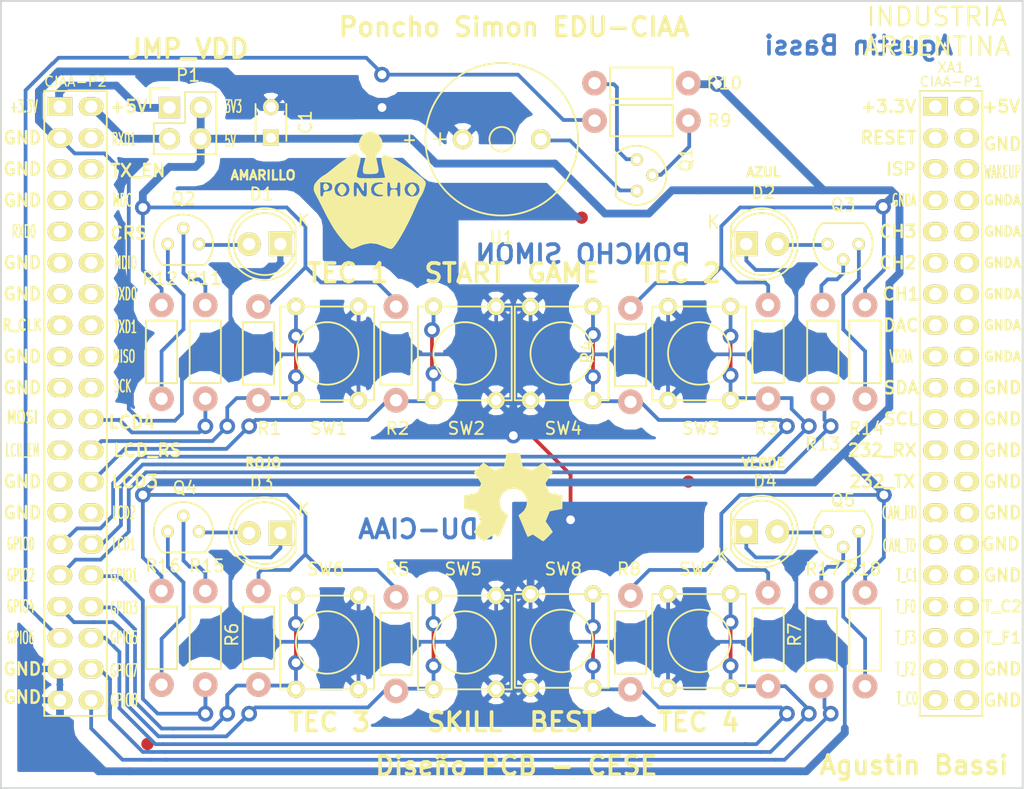
<source format=kicad_pcb>
(kicad_pcb (version 4) (host pcbnew 4.0.2-4+6225~38~ubuntu14.04.1-stable)
  (title_block (title "Poncho Juego Simon EDU-CIAA NXP") (date 2016-07-14) (rev 1.0) (company "Proyecto CIAA") (comment 1 "Juan Agustin Bassi") (comment 2 "Diseño PCB - CESE") (comment 3 "Licencia BSD"))
  (layers (0 F.Cu signal) (31 B.Cu signal) (34 B.Paste user hide) (35 F.Paste user hide) (36 B.SilkS user hide) (37 F.SilkS user) (38 B.Mask user hide) (39 F.Mask user hide) (44 Edge.Cuts user))
  (net 0 "")
  (net 1 GND)
  (net 2 "Net-(D1-Pad2)")
  (net 3 "Net-(D2-Pad2)")
  (net 4 "Net-(D4-Pad2)")
  (net 5 "Net-(Q1-Pad2)")
  (net 6 "Net-(Q1-Pad3)")
  (net 7 "Net-(Q2-Pad2)")
  (net 8 "Net-(Q2-Pad1)")
  (net 9 "Net-(Q3-Pad2)")
  (net 10 "Net-(Q3-Pad1)")
  (net 11 "Net-(Q5-Pad2)")
  (net 12 "Net-(Q5-Pad1)")
  (net 13 /buttons/BTN_LED_1)
  (net 14 /buttons/BTN_CFG_1)
  (net 15 /buttons/BTN_LED_2)
  (net 16 /buttons/BTN_CFG_2)
  (net 17 /buttons/BTN_CFG_3)
  (net 18 /buttons/BTN_LED_4)
  (net 19 "Net-(Q1-Pad1)")
  (net 20 "Net-(D3-Pad2)")
  (net 21 "Net-(Q4-Pad2)")
  (net 22 "Net-(Q4-Pad1)")
  (net 23 /buttons/BTN_LED_3)
  (net 24 /buttons/BTN_CFG_4)
  (net 25 "Net-(P1-Pad1)")
  (net 26 "Net-(P1-Pad3)")
  (net 27 /ciaaConector/LED_1)
  (net 28 /ciaaConector/LED_2)
  (net 29 /ciaaConector/LED_3)
  (net 30 /ciaaConector/LED_4)
  (net 31 /ciaaConector/PWM)
  (net 32 VCC)
  (module footprints:Pin_Header_Straight_2x02 (layer F.Cu) (at 127.0078 61.5427)
    (fp_text reference P1 (at 1.5162 -2.6147) (layer F.SilkS))
    (fp_text value PWR_JUMPER)
    (pad 1 thru_hole rect (at 0 0) (size 1.7272 1.7272) (drill 1.016) (layers *.Cu *.Mask F.SilkS) (net 25 "Net-(P1-Pad1)"))
    (pad 2 thru_hole oval (at 2.54 0) (size 1.7272 1.7272) (drill 1.016) (layers *.Cu *.Mask F.SilkS) (net 32 VCC))
    (pad 3 thru_hole oval (at 0 2.54) (size 1.7272 1.7272) (drill 1.016) (layers *.Cu *.Mask F.SilkS) (net 26 "Net-(P1-Pad3)"))
    (pad 4 thru_hole oval (at 2.54 2.54) (size 1.7272 1.7272) (drill 1.016) (layers *.Cu *.Mask F.SilkS) (net 32 VCC))
  )
  (module footprints:MagneticBuzzer_ProSignal_ABT-410-RC (layer F.Cu) (at 157.178971 64.124429 180)
    (fp_text reference U1 (at 3.175 -8.001 180) (layer F.SilkS))
    (fp_text value BUZZER)
    (fp_text user + (at 10.67562 0 180) (layer F.SilkS))
    (pad 1 thru_hole circle (at 0 0 180) (size 1.6002 1.6002) (drill 1.00076) (layers *.Cu *.Mask F.SilkS) (net 6 "Net-(Q1-Pad3)"))
    (pad 2 thru_hole circle (at 6.35 0 180) (size 1.6002 1.6002) (drill 1.00076) (layers *.Cu *.Mask F.SilkS) (net 1 GND))
  )
  (module footprints:Fiducial_1mm (layer F.Cu) (at 125.222 113.284)
    (fp_text reference F1 hide)
    (fp_text value FIDUCIAL hide)
    (pad 1 smd circle (at 0 0) (size 1 1) (layers F.Cu F.Mask))
  )
  (module footprints:Fiducial_1mm (layer F.Cu) (at 160.5 70.5)
    (fp_text reference F2 hide)
    (fp_text value FIDUCIAL hide)
    (pad 1 smd circle (at 0 0) (size 1 1) (layers F.Cu F.Mask))
  )
  (module footprints:Fiducial_1mm (layer F.Cu) (at 169.164 91.948)
    (fp_text reference F3 hide)
    (fp_text value FIDUCIAL hide)
    (pad 1 smd circle (at 0 0) (size 1 1) (layers F.Cu F.Mask))
  )
  (module footprints:LED-5MM (layer F.Cu) (at 136.017 72.644 180)
    (fp_text reference D1 (at 1.524 4.064 180) (layer F.SilkS))
    (fp_text value AMARILLO)
    (fp_text user K (at -1.905 1.905 180) (layer F.SilkS))
    (pad 1 thru_hole rect (at 0 0 270) (size 2 1.9) (drill 1.00076) (layers *.Cu *.Mask F.SilkS) (net 1 GND))
    (pad 2 thru_hole circle (at 2.54 0 180) (size 1.9 1.9) (drill 1.00076) (layers *.Cu *.Mask F.SilkS) (net 2 "Net-(D1-Pad2)"))
  )
  (module footprints:LED-5MM (layer F.Cu) (at 173.863 72.644)
    (fp_text reference D2 (at 1.397 -4.191) (layer F.SilkS))
    (fp_text value AZUL)
    (fp_text user K (at -2.667 -1.778) (layer F.SilkS))
    (pad 1 thru_hole rect (at 0 0 90) (size 2 1.9) (drill 1.00076) (layers *.Cu *.Mask F.SilkS) (net 1 GND))
    (pad 2 thru_hole circle (at 2.54 0) (size 1.9 1.9) (drill 1.00076) (layers *.Cu *.Mask F.SilkS) (net 3 "Net-(D2-Pad2)"))
  )
  (module footprints:LED-5MM (layer F.Cu) (at 136.017 96.139 180)
    (fp_text reference D3 (at 1.524 4.064 180) (layer F.SilkS))
    (fp_text value ROJO)
    (fp_text user K (at -1.905 1.905 180) (layer F.SilkS))
    (pad 1 thru_hole rect (at 0 0 270) (size 2 1.9) (drill 1.00076) (layers *.Cu *.Mask F.SilkS) (net 1 GND))
    (pad 2 thru_hole circle (at 2.54 0 180) (size 1.9 1.9) (drill 1.00076) (layers *.Cu *.Mask F.SilkS) (net 20 "Net-(D3-Pad2)"))
  )
  (module footprints:LED-5MM (layer F.Cu) (at 173.863 96.012)
    (fp_text reference D4 (at 1.524 -4.064) (layer F.SilkS))
    (fp_text value VERDE)
    (fp_text user K (at -1.905 1.905) (layer F.SilkS))
    (pad 1 thru_hole rect (at 0 0 90) (size 2 1.9) (drill 1.00076) (layers *.Cu *.Mask F.SilkS) (net 1 GND))
    (pad 2 thru_hole circle (at 2.54 0) (size 1.9 1.9) (drill 1.00076) (layers *.Cu *.Mask F.SilkS) (net 4 "Net-(D4-Pad2)"))
  )
  (module footprints:TO-92_Molded_Narrow (layer F.Cu) (at 164.973 65.786 270)
    (fp_text reference Q1 (at 0 -4 270) (layer F.SilkS))
    (fp_text value BC547)
    (pad 2 thru_hole circle (at 1.27 -1.27) (size 1.00076 1.00076) (drill 0.6) (layers *.Cu *.Mask F.SilkS) (net 5 "Net-(Q1-Pad2)"))
    (pad 3 thru_hole circle (at 2.54 0) (size 1.00076 1.00076) (drill 0.6) (layers *.Cu *.Mask F.SilkS) (net 6 "Net-(Q1-Pad3)"))
    (pad 1 thru_hole circle (at 0 0) (size 1.00076 1.00076) (drill 0.6) (layers *.Cu *.Mask F.SilkS) (net 19 "Net-(Q1-Pad1)"))
  )
  (module footprints:TO-92_Molded_Narrow (layer F.Cu) (at 126.873 72.644)
    (fp_text reference Q2 (at 1.27 -3.683) (layer F.SilkS))
    (fp_text value BC547)
    (pad 2 thru_hole circle (at 1.27 -1.27 90) (size 1.00076 1.00076) (drill 0.6) (layers *.Cu *.Mask F.SilkS) (net 7 "Net-(Q2-Pad2)"))
    (pad 3 thru_hole circle (at 2.54 0 90) (size 1.00076 1.00076) (drill 0.6) (layers *.Cu *.Mask F.SilkS) (net 2 "Net-(D1-Pad2)"))
    (pad 1 thru_hole circle (at 0 0 90) (size 1.00076 1.00076) (drill 0.6) (layers *.Cu *.Mask F.SilkS) (net 8 "Net-(Q2-Pad1)"))
  )
  (module footprints:TO-92_Molded_Narrow (layer F.Cu) (at 183.007 72.644 180)
    (fp_text reference Q3 (at 1.27 3.175 180) (layer F.SilkS))
    (fp_text value BC547)
    (pad 2 thru_hole circle (at 1.27 -1.27 270) (size 1.00076 1.00076) (drill 0.6) (layers *.Cu *.Mask F.SilkS) (net 9 "Net-(Q3-Pad2)"))
    (pad 3 thru_hole circle (at 2.54 0 270) (size 1.00076 1.00076) (drill 0.6) (layers *.Cu *.Mask F.SilkS) (net 3 "Net-(D2-Pad2)"))
    (pad 1 thru_hole circle (at 0 0 270) (size 1.00076 1.00076) (drill 0.6) (layers *.Cu *.Mask F.SilkS) (net 10 "Net-(Q3-Pad1)"))
  )
  (module footprints:TO-92_Molded_Narrow (layer F.Cu) (at 126.873 96.012)
    (fp_text reference Q4 (at 1.397 -3.556) (layer F.SilkS))
    (fp_text value BC547)
    (pad 2 thru_hole circle (at 1.27 -1.27 90) (size 1.00076 1.00076) (drill 0.6) (layers *.Cu *.Mask F.SilkS) (net 21 "Net-(Q4-Pad2)"))
    (pad 3 thru_hole circle (at 2.54 0 90) (size 1.00076 1.00076) (drill 0.6) (layers *.Cu *.Mask F.SilkS) (net 20 "Net-(D3-Pad2)"))
    (pad 1 thru_hole circle (at 0 0 90) (size 1.00076 1.00076) (drill 0.6) (layers *.Cu *.Mask F.SilkS) (net 22 "Net-(Q4-Pad1)"))
  )
  (module footprints:TO-92_Molded_Narrow (layer F.Cu) (at 183.007 96.012 180)
    (fp_text reference Q5 (at 1.27 2.54 180) (layer F.SilkS))
    (fp_text value BC547)
    (pad 2 thru_hole circle (at 1.27 -1.27 270) (size 1.00076 1.00076) (drill 0.6) (layers *.Cu *.Mask F.SilkS) (net 11 "Net-(Q5-Pad2)"))
    (pad 3 thru_hole circle (at 2.54 0 270) (size 1.00076 1.00076) (drill 0.6) (layers *.Cu *.Mask F.SilkS) (net 4 "Net-(D4-Pad2)"))
    (pad 1 thru_hole circle (at 0 0 270) (size 1.00076 1.00076) (drill 0.6) (layers *.Cu *.Mask F.SilkS) (net 12 "Net-(Q5-Pad1)"))
  )
  (module footprints:Resistor_Horizontal_RM7mm (layer F.Cu) (at 134.239 85.344 90)
    (fp_text reference R1 (at -2.286 0.889 180) (layer F.SilkS))
    (fp_text value 3K3)
    (pad 1 thru_hole circle (at 0 0 90) (size 1.99898 1.99898) (drill 1.00076) (layers *.Cu *.SilkS *.Mask) (net 13 /buttons/BTN_LED_1))
    (pad 2 thru_hole circle (at 7.62 0 90) (size 1.99898 1.99898) (drill 1.00076) (layers *.Cu *.SilkS *.Mask) (net 32 VCC))
  )
  (module footprints:Resistor_Horizontal_RM7mm (layer F.Cu) (at 145.415 85.344 90)
    (fp_text reference R2 (at -2.286 0.127 180) (layer F.SilkS))
    (fp_text value 3K3)
    (pad 1 thru_hole circle (at 0 0 90) (size 1.99898 1.99898) (drill 1.00076) (layers *.Cu *.SilkS *.Mask) (net 14 /buttons/BTN_CFG_1))
    (pad 2 thru_hole circle (at 7.62 0 90) (size 1.99898 1.99898) (drill 1.00076) (layers *.Cu *.SilkS *.Mask) (net 32 VCC))
  )
  (module footprints:Resistor_Horizontal_RM7mm (layer F.Cu) (at 175.641 85.217 90)
    (fp_text reference R3 (at -2.413 -0.127 180) (layer F.SilkS))
    (fp_text value 3K3)
    (pad 1 thru_hole circle (at 0 0 90) (size 1.99898 1.99898) (drill 1.00076) (layers *.Cu *.SilkS *.Mask) (net 15 /buttons/BTN_LED_2))
    (pad 2 thru_hole circle (at 7.62 0 90) (size 1.99898 1.99898) (drill 1.00076) (layers *.Cu *.SilkS *.Mask) (net 32 VCC))
  )
  (module footprints:Resistor_Horizontal_RM7mm (layer F.Cu) (at 145.415 108.966 90)
    (fp_text reference R5 (at 9.906 0.127 180) (layer F.SilkS))
    (fp_text value 3K3)
    (pad 1 thru_hole circle (at 0 0 90) (size 1.99898 1.99898) (drill 1.00076) (layers *.Cu *.SilkS *.Mask) (net 23 /buttons/BTN_LED_3))
    (pad 2 thru_hole circle (at 7.62 0 90) (size 1.99898 1.99898) (drill 1.00076) (layers *.Cu *.SilkS *.Mask) (net 32 VCC))
  )
  (module footprints:Resistor_Horizontal_RM7mm (layer F.Cu) (at 134.239 108.458 90)
    (fp_text reference R6 (at 4.064 -2.159 90) (layer F.SilkS))
    (fp_text value 3K3)
    (pad 1 thru_hole circle (at 0 0 90) (size 1.99898 1.99898) (drill 1.00076) (layers *.Cu *.SilkS *.Mask) (net 17 /buttons/BTN_CFG_3))
    (pad 2 thru_hole circle (at 7.62 0 90) (size 1.99898 1.99898) (drill 1.00076) (layers *.Cu *.SilkS *.Mask) (net 32 VCC))
  )
  (module footprints:Resistor_Horizontal_RM7mm (layer F.Cu) (at 175.641 108.585 90)
    (fp_text reference R7 (at 4.191 2.159 90) (layer F.SilkS))
    (fp_text value 3K3)
    (pad 1 thru_hole circle (at 0 0 90) (size 1.99898 1.99898) (drill 1.00076) (layers *.Cu *.SilkS *.Mask) (net 18 /buttons/BTN_LED_4))
    (pad 2 thru_hole circle (at 7.62 0 90) (size 1.99898 1.99898) (drill 1.00076) (layers *.Cu *.SilkS *.Mask) (net 32 VCC))
  )
  (module footprints:Resistor_Horizontal_RM7mm (layer F.Cu) (at 164.465 108.839 90)
    (fp_text reference R8 (at 9.779 -0.127 180) (layer F.SilkS))
    (fp_text value 3K3)
    (pad 1 thru_hole circle (at 0 0 90) (size 1.99898 1.99898) (drill 1.00076) (layers *.Cu *.SilkS *.Mask) (net 24 /buttons/BTN_CFG_4))
    (pad 2 thru_hole circle (at 7.62 0 90) (size 1.99898 1.99898) (drill 1.00076) (layers *.Cu *.SilkS *.Mask) (net 32 VCC))
  )
  (module footprints:Resistor_Horizontal_RM7mm (layer F.Cu) (at 169.164 62.611 180)
    (fp_text reference R9 (at -2.54 0 180) (layer F.SilkS))
    (fp_text value 3K3)
    (pad 1 thru_hole circle (at 0 0 180) (size 1.99898 1.99898) (drill 1.00076) (layers *.Cu *.SilkS *.Mask) (net 5 "Net-(Q1-Pad2)"))
    (pad 2 thru_hole circle (at 7.62 0 180) (size 1.99898 1.99898) (drill 1.00076) (layers *.Cu *.SilkS *.Mask) (net 31 /ciaaConector/PWM))
  )
  (module footprints:Resistor_Horizontal_RM7mm (layer F.Cu) (at 169.164 59.563 180)
    (fp_text reference R10 (at -2.921 0 180) (layer F.SilkS))
    (fp_text value 1K)
    (pad 1 thru_hole circle (at 0 0 180) (size 1.99898 1.99898) (drill 1.00076) (layers *.Cu *.SilkS *.Mask) (net 32 VCC))
    (pad 2 thru_hole circle (at 7.62 0 180) (size 1.99898 1.99898) (drill 1.00076) (layers *.Cu *.SilkS *.Mask) (net 19 "Net-(Q1-Pad1)"))
  )
  (module footprints:Resistor_Horizontal_RM7mm (layer F.Cu) (at 129.921 85.217 90)
    (fp_text reference R11 (at 9.779 -0.127 180) (layer F.SilkS))
    (fp_text value 10K)
    (pad 1 thru_hole circle (at 0 0 90) (size 1.99898 1.99898) (drill 1.00076) (layers *.Cu *.SilkS *.Mask) (net 27 /ciaaConector/LED_1))
    (pad 2 thru_hole circle (at 7.62 0 90) (size 1.99898 1.99898) (drill 1.00076) (layers *.Cu *.SilkS *.Mask) (net 7 "Net-(Q2-Pad2)"))
  )
  (module footprints:Resistor_Horizontal_RM7mm (layer F.Cu) (at 126.365 85.217 90)
    (fp_text reference R12 (at 9.779 -0.127 180) (layer F.SilkS))
    (fp_text value 680)
    (pad 1 thru_hole circle (at 0 0 90) (size 1.99898 1.99898) (drill 1.00076) (layers *.Cu *.SilkS *.Mask) (net 8 "Net-(Q2-Pad1)"))
    (pad 2 thru_hole circle (at 7.62 0 90) (size 1.99898 1.99898) (drill 1.00076) (layers *.Cu *.SilkS *.Mask) (net 32 VCC))
  )
  (module footprints:Resistor_Horizontal_RM7mm (layer F.Cu) (at 180.086 85.217 90)
    (fp_text reference R13 (at -3.683 0 180) (layer F.SilkS))
    (fp_text value 10K)
    (pad 1 thru_hole circle (at 0 0 90) (size 1.99898 1.99898) (drill 1.00076) (layers *.Cu *.SilkS *.Mask) (net 28 /ciaaConector/LED_2))
    (pad 2 thru_hole circle (at 7.62 0 90) (size 1.99898 1.99898) (drill 1.00076) (layers *.Cu *.SilkS *.Mask) (net 9 "Net-(Q3-Pad2)"))
  )
  (module footprints:Resistor_Horizontal_RM7mm (layer F.Cu) (at 183.515 85.217 90)
    (fp_text reference R14 (at -2.413 0.127 180) (layer F.SilkS))
    (fp_text value 680)
    (pad 1 thru_hole circle (at 0 0 90) (size 1.99898 1.99898) (drill 1.00076) (layers *.Cu *.SilkS *.Mask) (net 10 "Net-(Q3-Pad1)"))
    (pad 2 thru_hole circle (at 7.62 0 90) (size 1.99898 1.99898) (drill 1.00076) (layers *.Cu *.SilkS *.Mask) (net 32 VCC))
  )
  (module footprints:Resistor_Horizontal_RM7mm (layer F.Cu) (at 129.921 108.458 90)
    (fp_text reference R15 (at 9.652 0.127 180) (layer F.SilkS))
    (fp_text value 10K)
    (pad 1 thru_hole circle (at 0 0 90) (size 1.99898 1.99898) (drill 1.00076) (layers *.Cu *.SilkS *.Mask) (net 29 /ciaaConector/LED_3))
    (pad 2 thru_hole circle (at 7.62 0 90) (size 1.99898 1.99898) (drill 1.00076) (layers *.Cu *.SilkS *.Mask) (net 21 "Net-(Q4-Pad2)"))
  )
  (module footprints:Resistor_Horizontal_RM7mm (layer F.Cu) (at 126.365 108.458 90)
    (fp_text reference R16 (at 9.652 0.127 180) (layer F.SilkS))
    (fp_text value 680)
    (pad 1 thru_hole circle (at 0 0 90) (size 1.99898 1.99898) (drill 1.00076) (layers *.Cu *.SilkS *.Mask) (net 22 "Net-(Q4-Pad1)"))
    (pad 2 thru_hole circle (at 7.62 0 90) (size 1.99898 1.99898) (drill 1.00076) (layers *.Cu *.SilkS *.Mask) (net 32 VCC))
  )
  (module footprints:Resistor_Horizontal_RM7mm (layer F.Cu) (at 179.959 108.585 90)
    (fp_text reference R17 (at 9.525 0.127 180) (layer F.SilkS))
    (fp_text value 10K)
    (pad 1 thru_hole circle (at 0 0 90) (size 1.99898 1.99898) (drill 1.00076) (layers *.Cu *.SilkS *.Mask) (net 30 /ciaaConector/LED_4))
    (pad 2 thru_hole circle (at 7.62 0 90) (size 1.99898 1.99898) (drill 1.00076) (layers *.Cu *.SilkS *.Mask) (net 11 "Net-(Q5-Pad2)"))
  )
  (module footprints:Resistor_Horizontal_RM7mm (layer F.Cu) (at 183.515 108.585 90)
    (fp_text reference R18 (at 9.525 -0.127 180) (layer F.SilkS))
    (fp_text value 680)
    (pad 1 thru_hole circle (at 0 0 90) (size 1.99898 1.99898) (drill 1.00076) (layers *.Cu *.SilkS *.Mask) (net 12 "Net-(Q5-Pad1)"))
    (pad 2 thru_hole circle (at 7.62 0 90) (size 1.99898 1.99898) (drill 1.00076) (layers *.Cu *.SilkS *.Mask) (net 32 VCC))
  )
  (module footprints:SW_PUSH_SMALL (layer F.Cu) (at 139.827 81.534 90)
    (fp_text reference SW1 (at -6.096 0.127 180) (layer F.SilkS))
    (fp_text value SW_PUSH)
    (pad 1 thru_hole circle (at 3.81 -2.54 90) (size 1.397 1.397) (drill 0.8128) (layers *.Cu *.Mask F.SilkS) (net 13 /buttons/BTN_LED_1))
    (pad 2 thru_hole circle (at 3.81 2.54 90) (size 1.397 1.397) (drill 0.8128) (layers *.Cu *.Mask F.SilkS) (net 1 GND))
    (pad 1 thru_hole circle (at -3.81 -2.54 90) (size 1.397 1.397) (drill 0.8128) (layers *.Cu *.Mask F.SilkS) (net 13 /buttons/BTN_LED_1))
    (pad 2 thru_hole circle (at -3.81 2.54 90) (size 1.397 1.397) (drill 0.8128) (layers *.Cu *.Mask F.SilkS) (net 1 GND))
  )
  (module footprints:SW_PUSH_SMALL (layer F.Cu) (at 151.003 81.534 90)
    (fp_text reference SW2 (at -6.096 0.127 180) (layer F.SilkS))
    (fp_text value SW_PUSH)
    (pad 1 thru_hole circle (at 3.81 -2.54 90) (size 1.397 1.397) (drill 0.8128) (layers *.Cu *.Mask F.SilkS) (net 14 /buttons/BTN_CFG_1))
    (pad 2 thru_hole circle (at 3.81 2.54 90) (size 1.397 1.397) (drill 0.8128) (layers *.Cu *.Mask F.SilkS) (net 1 GND))
    (pad 1 thru_hole circle (at -3.81 -2.54 90) (size 1.397 1.397) (drill 0.8128) (layers *.Cu *.Mask F.SilkS) (net 14 /buttons/BTN_CFG_1))
    (pad 2 thru_hole circle (at -3.81 2.54 90) (size 1.397 1.397) (drill 0.8128) (layers *.Cu *.Mask F.SilkS) (net 1 GND))
  )
  (module footprints:SW_PUSH_SMALL (layer F.Cu) (at 170.053 81.534 270)
    (fp_text reference SW3 (at 6.096 -0.127 360) (layer F.SilkS))
    (fp_text value SW_PUSH)
    (pad 1 thru_hole circle (at 3.81 -2.54 270) (size 1.397 1.397) (drill 0.8128) (layers *.Cu *.Mask F.SilkS) (net 15 /buttons/BTN_LED_2))
    (pad 2 thru_hole circle (at 3.81 2.54 270) (size 1.397 1.397) (drill 0.8128) (layers *.Cu *.Mask F.SilkS) (net 1 GND))
    (pad 1 thru_hole circle (at -3.81 -2.54 270) (size 1.397 1.397) (drill 0.8128) (layers *.Cu *.Mask F.SilkS) (net 15 /buttons/BTN_LED_2))
    (pad 2 thru_hole circle (at -3.81 2.54 270) (size 1.397 1.397) (drill 0.8128) (layers *.Cu *.Mask F.SilkS) (net 1 GND))
  )
  (module footprints:SW_PUSH_SMALL (layer F.Cu) (at 158.877 81.534 270)
    (fp_text reference SW4 (at 6.096 -0.127 360) (layer F.SilkS))
    (fp_text value SW_PUSH)
    (pad 1 thru_hole circle (at 3.81 -2.54 270) (size 1.397 1.397) (drill 0.8128) (layers *.Cu *.Mask F.SilkS) (net 16 /buttons/BTN_CFG_2))
    (pad 2 thru_hole circle (at 3.81 2.54 270) (size 1.397 1.397) (drill 0.8128) (layers *.Cu *.Mask F.SilkS) (net 1 GND))
    (pad 1 thru_hole circle (at -3.81 -2.54 270) (size 1.397 1.397) (drill 0.8128) (layers *.Cu *.Mask F.SilkS) (net 16 /buttons/BTN_CFG_2))
    (pad 2 thru_hole circle (at -3.81 2.54 270) (size 1.397 1.397) (drill 0.8128) (layers *.Cu *.Mask F.SilkS) (net 1 GND))
  )
  (module footprints:SW_PUSH_SMALL (layer F.Cu) (at 151.003 105.029 90)
    (fp_text reference SW5 (at 5.969 -0.127 180) (layer F.SilkS))
    (fp_text value SW_PUSH)
    (pad 1 thru_hole circle (at 3.81 -2.54 90) (size 1.397 1.397) (drill 0.8128) (layers *.Cu *.Mask F.SilkS) (net 23 /buttons/BTN_LED_3))
    (pad 2 thru_hole circle (at 3.81 2.54 90) (size 1.397 1.397) (drill 0.8128) (layers *.Cu *.Mask F.SilkS) (net 1 GND))
    (pad 1 thru_hole circle (at -3.81 -2.54 90) (size 1.397 1.397) (drill 0.8128) (layers *.Cu *.Mask F.SilkS) (net 23 /buttons/BTN_LED_3))
    (pad 2 thru_hole circle (at -3.81 2.54 90) (size 1.397 1.397) (drill 0.8128) (layers *.Cu *.Mask F.SilkS) (net 1 GND))
  )
  (module footprints:SW_PUSH_SMALL (layer F.Cu) (at 139.827 105.029 90)
    (fp_text reference SW6 (at 5.969 -0.127 180) (layer F.SilkS))
    (fp_text value SW_PUSH)
    (pad 1 thru_hole circle (at 3.81 -2.54 90) (size 1.397 1.397) (drill 0.8128) (layers *.Cu *.Mask F.SilkS) (net 17 /buttons/BTN_CFG_3))
    (pad 2 thru_hole circle (at 3.81 2.54 90) (size 1.397 1.397) (drill 0.8128) (layers *.Cu *.Mask F.SilkS) (net 1 GND))
    (pad 1 thru_hole circle (at -3.81 -2.54 90) (size 1.397 1.397) (drill 0.8128) (layers *.Cu *.Mask F.SilkS) (net 17 /buttons/BTN_CFG_3))
    (pad 2 thru_hole circle (at -3.81 2.54 90) (size 1.397 1.397) (drill 0.8128) (layers *.Cu *.Mask F.SilkS) (net 1 GND))
  )
  (module footprints:SW_PUSH_SMALL (layer F.Cu) (at 170.053 104.902 270)
    (fp_text reference SW7 (at -5.842 0.127 360) (layer F.SilkS))
    (fp_text value SW_PUSH)
    (pad 1 thru_hole circle (at 3.81 -2.54 270) (size 1.397 1.397) (drill 0.8128) (layers *.Cu *.Mask F.SilkS) (net 18 /buttons/BTN_LED_4))
    (pad 2 thru_hole circle (at 3.81 2.54 270) (size 1.397 1.397) (drill 0.8128) (layers *.Cu *.Mask F.SilkS) (net 1 GND))
    (pad 1 thru_hole circle (at -3.81 -2.54 270) (size 1.397 1.397) (drill 0.8128) (layers *.Cu *.Mask F.SilkS) (net 18 /buttons/BTN_LED_4))
    (pad 2 thru_hole circle (at -3.81 2.54 270) (size 1.397 1.397) (drill 0.8128) (layers *.Cu *.Mask F.SilkS) (net 1 GND))
  )
  (module footprints:SW_PUSH_SMALL (layer F.Cu) (at 158.877 104.902 270)
    (fp_text reference SW8 (at -5.842 -0.127 360) (layer F.SilkS))
    (fp_text value SW_PUSH)
    (pad 1 thru_hole circle (at 3.81 -2.54 270) (size 1.397 1.397) (drill 0.8128) (layers *.Cu *.Mask F.SilkS) (net 24 /buttons/BTN_CFG_4))
    (pad 2 thru_hole circle (at 3.81 2.54 270) (size 1.397 1.397) (drill 0.8128) (layers *.Cu *.Mask F.SilkS) (net 1 GND))
    (pad 1 thru_hole circle (at -3.81 -2.54 270) (size 1.397 1.397) (drill 0.8128) (layers *.Cu *.Mask F.SilkS) (net 24 /buttons/BTN_CFG_4))
    (pad 2 thru_hole circle (at -3.81 2.54 270) (size 1.397 1.397) (drill 0.8128) (layers *.Cu *.Mask F.SilkS) (net 1 GND))
  )
  (module simonShield:Conn_Poncho_SinBorde (layer F.Cu) (at 189.23 61.468)
    (fp_text reference XA1 (at 1.27 -3.175) (layer F.SilkS) (effects (font (size 0.8 0.8) (thickness 0.12))))
    (fp_text value Conn_Poncho2P_2x_20x2 hide)
    (fp_text user GPIO8 (at -65.913 48.26) (layer F.SilkS) (effects (font (size 1 0.5) (thickness 0.125))))
    (fp_text user GPIO7 (at -65.913 45.847) (layer F.SilkS) (effects (font (size 1 0.5) (thickness 0.125))))
    (fp_text user GPIO5 (at -65.913 43.18) (layer F.SilkS) (effects (font (size 1 0.5) (thickness 0.125))))
    (fp_text user GPIO3 (at -65.913 40.767) (layer F.SilkS) (effects (font (size 1 0.5) (thickness 0.125))))
    (fp_text user GPIO1 (at -65.913 38.1) (layer F.SilkS) (effects (font (size 1 0.5) (thickness 0.125))))
    (fp_text user LCD1 (at -65.913 35.56) (layer F.SilkS) (effects (font (size 1 0.5) (thickness 0.125))))
    (fp_text user LCD2 (at -65.913 33.02) (layer F.SilkS) (effects (font (size 1 0.5) (thickness 0.125))))
    (fp_text user LCD3 (at -65.024 30.48) (layer F.SilkS) (effects (font (thickness 0.2))))
    (fp_text user LCD_RS (at -64.008 27.94) (layer F.SilkS) (effects (font (thickness 0.2))))
    (fp_text user LCD4 (at -65.278 25.654) (layer F.SilkS) (effects (font (thickness 0.2))))
    (fp_text user SCK (at -66.04 22.733) (layer F.SilkS) (effects (font (size 1 0.5) (thickness 0.125))))
    (fp_text user MISO (at -65.913 20.32) (layer F.SilkS) (effects (font (size 1 0.5) (thickness 0.125))))
    (fp_text user TXD1 (at -65.786 17.907) (layer F.SilkS) (effects (font (size 1 0.5) (thickness 0.125))))
    (fp_text user TXD0 (at -65.786 15.24) (layer F.SilkS) (effects (font (size 1 0.5) (thickness 0.125))))
    (fp_text user MDIO (at -65.786 12.7) (layer F.SilkS) (effects (font (size 1 0.5) (thickness 0.125))))
    (fp_text user CRS (at -65.532 10.287) (layer F.SilkS) (effects (font (thickness 0.2))))
    (fp_text user MDC (at -66.04 7.62) (layer F.SilkS) (effects (font (size 1 0.5) (thickness 0.125))))
    (fp_text user TX_EN (at -64.77 5.207) (layer F.SilkS) (effects (font (thickness 0.2))))
    (fp_text user RXD1 (at -65.913 2.667) (layer F.SilkS) (effects (font (size 1 0.5) (thickness 0.125))))
    (fp_text user +5V (at -65.532 0) (layer F.SilkS) (effects (font (thickness 0.2))))
    (fp_text user GND (at -74.168 48.006) (layer F.SilkS) (effects (font (thickness 0.2))))
    (fp_text user GND (at -74.168 45.72) (layer F.SilkS) (effects (font (thickness 0.2))))
    (fp_text user GPIO6 (at -74.295 43.18) (layer F.SilkS) (effects (font (size 1 0.5) (thickness 0.125))))
    (fp_text user GPIO4 (at -74.295 40.64) (layer F.SilkS) (effects (font (size 1 0.5) (thickness 0.125))))
    (fp_text user GPIO2 (at -74.295 38.1) (layer F.SilkS) (effects (font (size 1 0.5) (thickness 0.125))))
    (fp_text user GPIO0 (at -74.295 35.56) (layer F.SilkS) (effects (font (size 1 0.5) (thickness 0.125))))
    (fp_text user GND (at -74.168 33.02) (layer F.SilkS) (effects (font (thickness 0.2))))
    (fp_text user GND (at -74.168 30.48) (layer F.SilkS) (effects (font (thickness 0.2))))
    (fp_text user LCD_EN (at -74.168 27.94) (layer F.SilkS) (effects (font (size 1 0.5) (thickness 0.125))))
    (fp_text user MOSI (at -74.168 25.273) (layer F.SilkS) (effects (font (size 1 0.7) (thickness 0.17))))
    (fp_text user GND (at -74.168 22.86) (layer F.SilkS) (effects (font (thickness 0.2))))
    (fp_text user GND (at -74.168 20.32) (layer F.SilkS) (effects (font (thickness 0.2))))
    (fp_text user R_CLK (at -74.168 17.78) (layer F.SilkS) (effects (font (size 0.9 0.7) (thickness 0.175))))
    (fp_text user GND (at -74.168 15.24) (layer F.SilkS) (effects (font (thickness 0.2))))
    (fp_text user GND (at -74.168 12.7) (layer F.SilkS) (effects (font (thickness 0.2))))
    (fp_text user GND (at -74.168 7.62) (layer F.SilkS) (effects (font (thickness 0.2))))
    (fp_text user RXD0 (at -74.041 10.16) (layer F.SilkS) (effects (font (size 1 0.5) (thickness 0.125))))
    (fp_text user GND (at -74.168 5.08) (layer F.SilkS) (effects (font (thickness 0.2))))
    (fp_text user GND (at -74.168 2.54) (layer F.SilkS) (effects (font (thickness 0.2))))
    (fp_text user +3.3V (at -74.041 0) (layer F.SilkS) (effects (font (size 1 0.5) (thickness 0.125))))
    (fp_text user GND (at 5.461 48.26) (layer F.SilkS) (effects (font (thickness 0.2))))
    (fp_text user GND (at 5.461 45.72) (layer F.SilkS) (effects (font (thickness 0.2))))
    (fp_text user T_F1 (at 5.461 43.18) (layer F.SilkS) (effects (font (size 0.9 0.9) (thickness 0.18))))
    (fp_text user T_C2 (at 5.461 40.64) (layer F.SilkS) (effects (font (size 0.9 0.9) (thickness 0.18))))
    (fp_text user GND (at 5.461 38.1) (layer F.SilkS) (effects (font (thickness 0.2))))
    (fp_text user GND (at 5.334 35.56) (layer F.SilkS) (effects (font (thickness 0.2))))
    (fp_text user GND (at 5.461 33.02) (layer F.SilkS) (effects (font (thickness 0.2))))
    (fp_text user GND (at 5.461 30.48) (layer F.SilkS) (effects (font (thickness 0.2))))
    (fp_text user GND (at 5.461 27.94) (layer F.SilkS) (effects (font (thickness 0.2))))
    (fp_text user GND (at 5.461 25.4) (layer F.SilkS) (effects (font (thickness 0.2))))
    (fp_text user GND (at 5.461 22.86) (layer F.SilkS) (effects (font (thickness 0.2))))
    (fp_text user GNDA (at 5.461 20.32) (layer F.SilkS) (effects (font (size 0.76 0.76) (thickness 0.19))))
    (fp_text user GNDA (at 5.461 17.78) (layer F.SilkS) (effects (font (size 0.76 0.76) (thickness 0.19))))
    (fp_text user GNDA (at 5.461 15.24) (layer F.SilkS) (effects (font (size 0.76 0.76) (thickness 0.19))))
    (fp_text user GNDA (at 5.461 12.7) (layer F.SilkS) (effects (font (size 0.76 0.76) (thickness 0.19))))
    (fp_text user GNDA (at 5.461 10.16) (layer F.SilkS) (effects (font (size 0.76 0.76) (thickness 0.19))))
    (fp_text user GNDA (at 5.461 7.62) (layer F.SilkS) (effects (font (size 0.76 0.76) (thickness 0.19))))
    (fp_text user WAKEUP (at 5.461 5.334) (layer F.SilkS) (effects (font (size 1 0.5) (thickness 0.125))))
    (fp_text user GND (at 5.461 3.048) (layer F.SilkS) (effects (font (thickness 0.2))))
    (fp_text user +5V (at 5.334 0) (layer F.SilkS) (effects (font (thickness 0.2))))
    (fp_text user T_C0 (at -2.286 48.133) (layer F.SilkS) (effects (font (size 1 0.5) (thickness 0.125))))
    (fp_text user T_F2 (at -2.413 45.72) (layer F.SilkS) (effects (font (size 1 0.5) (thickness 0.125))))
    (fp_text user T_F3 (at -2.413 43.18) (layer F.SilkS) (effects (font (size 1 0.5) (thickness 0.125))))
    (fp_text user T_F0 (at -2.413 40.64) (layer F.SilkS) (effects (font (size 1 0.5) (thickness 0.125))))
    (fp_text user T_C1 (at -2.286 38.1) (layer F.SilkS) (effects (font (size 1 0.5) (thickness 0.125))))
    (fp_text user CAN_TD (at -2.921 35.687) (layer F.SilkS) (effects (font (size 1 0.5) (thickness 0.125))))
    (fp_text user CAN_RD (at -2.921 33.02) (layer F.SilkS) (effects (font (size 1 0.5) (thickness 0.125))))
    (fp_text user 232_TX (at -4.318 30.48) (layer F.SilkS) (effects (font (thickness 0.2))))
    (fp_text user 232_RX (at -4.318 27.94) (layer F.SilkS) (effects (font (thickness 0.2))))
    (fp_text user SCL (at -2.794 25.4) (layer F.SilkS) (effects (font (thickness 0.2))))
    (fp_text user SDA (at -2.794 22.86) (layer F.SilkS) (effects (font (thickness 0.2))))
    (fp_text user VDDA (at -2.794 20.32) (layer F.SilkS) (effects (font (size 1 0.5) (thickness 0.125))))
    (fp_text user DAC (at -2.794 17.78) (layer F.SilkS) (effects (font (thickness 0.2))))
    (fp_text user CH1 (at -2.794 15.24) (layer F.SilkS) (effects (font (thickness 0.2))))
    (fp_text user CH2 (at -3.048 12.7) (layer F.SilkS) (effects (font (thickness 0.2))))
    (fp_text user CH3 (at -3.048 10.16) (layer F.SilkS) (effects (font (thickness 0.2))))
    (fp_text user GNDA (at -2.54 7.62) (layer F.SilkS) (effects (font (size 1 0.5) (thickness 0.125))))
    (fp_text user ISP (at -2.794 5.08) (layer F.SilkS) (effects (font (thickness 0.2))))
    (fp_text user RESET (at -3.81 2.54) (layer F.SilkS) (effects (font (thickness 0.2))))
    (fp_text user CIAA-P2 (at -69.85 -2.032) (layer F.SilkS) (effects (font (size 0.8 0.8) (thickness 0.12))))
    (fp_text user CIAA-P1 (at 1.27 -2.032) (layer F.SilkS) (effects (font (size 0.8 0.8) (thickness 0.12))))
    (fp_text user +3.3V (at -3.81 0) (layer F.SilkS) (effects (font (thickness 0.2))))
    (pad 1 thru_hole rect (at 0 0 270) (size 1.524 2) (drill 1.016) (layers *.Cu *.Mask F.SilkS))
    (pad 2 thru_hole oval (at 2.54 0 270) (size 1.524 2) (drill 1.016) (layers *.Cu *.Mask F.SilkS))
    (pad 11 thru_hole oval (at 0 12.7 270) (size 1.524 2) (drill 1.016) (layers *.Cu *.Mask F.SilkS))
    (pad 4 thru_hole oval (at 2.54 2.54 270) (size 1.524 2) (drill 1.016) (layers *.Cu *.Mask F.SilkS))
    (pad 13 thru_hole oval (at 0 15.24 270) (size 1.524 2) (drill 1.016) (layers *.Cu *.Mask F.SilkS))
    (pad 6 thru_hole oval (at 2.54 5.08 270) (size 1.524 2) (drill 1.016) (layers *.Cu *.Mask F.SilkS))
    (pad 15 thru_hole oval (at 0 17.78 270) (size 1.524 2) (drill 1.016) (layers *.Cu *.Mask F.SilkS))
    (pad 8 thru_hole oval (at 2.54 7.62 270) (size 1.524 2) (drill 1.016) (layers *.Cu *.Mask F.SilkS))
    (pad 17 thru_hole oval (at 0 20.32 270) (size 1.524 2) (drill 1.016) (layers *.Cu *.Mask F.SilkS))
    (pad 10 thru_hole oval (at 2.54 10.16 270) (size 1.524 2) (drill 1.016) (layers *.Cu *.Mask F.SilkS))
    (pad 19 thru_hole oval (at 0 22.86 270) (size 1.524 2) (drill 1.016) (layers *.Cu *.Mask F.SilkS))
    (pad 12 thru_hole oval (at 2.54 12.7 270) (size 1.524 2) (drill 1.016) (layers *.Cu *.Mask F.SilkS))
    (pad 21 thru_hole oval (at 0 25.4 270) (size 1.524 2) (drill 1.016) (layers *.Cu *.Mask F.SilkS))
    (pad 14 thru_hole oval (at 2.54 15.24 270) (size 1.524 2) (drill 1.016) (layers *.Cu *.Mask F.SilkS))
    (pad 23 thru_hole oval (at 0 27.94 270) (size 1.524 2) (drill 1.016) (layers *.Cu *.Mask F.SilkS))
    (pad 16 thru_hole oval (at 2.54 17.78 270) (size 1.524 2) (drill 1.016) (layers *.Cu *.Mask F.SilkS))
    (pad 25 thru_hole oval (at 0 30.48 270) (size 1.524 2) (drill 1.016) (layers *.Cu *.Mask F.SilkS))
    (pad 18 thru_hole oval (at 2.54 20.32 270) (size 1.524 2) (drill 1.016) (layers *.Cu *.Mask F.SilkS))
    (pad 27 thru_hole oval (at 0 33.02 270) (size 1.524 2) (drill 1.016) (layers *.Cu *.Mask F.SilkS))
    (pad 20 thru_hole oval (at 2.54 22.86 270) (size 1.524 2) (drill 1.016) (layers *.Cu *.Mask F.SilkS))
    (pad 29 thru_hole oval (at 0 35.56 270) (size 1.524 2) (drill 1.016) (layers *.Cu *.Mask F.SilkS))
    (pad 22 thru_hole oval (at 2.54 25.4 270) (size 1.524 2) (drill 1.016) (layers *.Cu *.Mask F.SilkS))
    (pad 31 thru_hole oval (at 0 38.1 270) (size 1.524 2) (drill 1.016) (layers *.Cu *.Mask F.SilkS))
    (pad 24 thru_hole oval (at 2.54 27.94 270) (size 1.524 2) (drill 1.016) (layers *.Cu *.Mask F.SilkS))
    (pad 26 thru_hole oval (at 2.54 30.48 270) (size 1.524 2) (drill 1.016) (layers *.Cu *.Mask F.SilkS))
    (pad 33 thru_hole oval (at 0 40.64 270) (size 1.524 2) (drill 1.016) (layers *.Cu *.Mask F.SilkS))
    (pad 28 thru_hole oval (at 2.54 33.02 270) (size 1.524 2) (drill 1.016) (layers *.Cu *.Mask F.SilkS))
    (pad 32 thru_hole oval (at 2.54 38.1 270) (size 1.524 2) (drill 1.016) (layers *.Cu *.Mask F.SilkS))
    (pad 34 thru_hole oval (at 2.54 40.64 270) (size 1.524 2) (drill 1.016) (layers *.Cu *.Mask F.SilkS))
    (pad 36 thru_hole oval (at 2.54 43.18 270) (size 1.524 2) (drill 1.016) (layers *.Cu *.Mask F.SilkS))
    (pad 38 thru_hole oval (at 2.54 45.72 270) (size 1.524 2) (drill 1.016) (layers *.Cu *.Mask F.SilkS))
    (pad 35 thru_hole oval (at 0 43.18 270) (size 1.524 2) (drill 1.016) (layers *.Cu *.Mask F.SilkS))
    (pad 37 thru_hole oval (at 0 45.72 270) (size 1.524 2) (drill 1.016) (layers *.Cu *.Mask F.SilkS))
    (pad 3 thru_hole oval (at 0 2.54 270) (size 1.524 2) (drill 1.016) (layers *.Cu *.Mask F.SilkS))
    (pad 5 thru_hole oval (at 0 5.08 270) (size 1.524 2) (drill 1.016) (layers *.Cu *.Mask F.SilkS))
    (pad 7 thru_hole oval (at 0 7.62 270) (size 1.524 2) (drill 1.016) (layers *.Cu *.Mask F.SilkS))
    (pad 9 thru_hole oval (at 0 10.16 270) (size 1.524 2) (drill 1.016) (layers *.Cu *.Mask F.SilkS))
    (pad 39 thru_hole oval (at 0 48.26 270) (size 1.524 2) (drill 1.016) (layers *.Cu *.Mask F.SilkS))
    (pad 40 thru_hole oval (at 2.54 48.26 270) (size 1.524 2) (drill 1.016) (layers *.Cu *.Mask F.SilkS))
    (pad 30 thru_hole oval (at 2.54 35.56 270) (size 1.524 2) (drill 1.016) (layers *.Cu *.Mask F.SilkS))
    (pad 41 thru_hole rect (at -71.12 0 270) (size 1.524 2) (drill 1.016) (layers *.Cu *.Mask F.SilkS) (net 25 "Net-(P1-Pad1)"))
    (pad 42 thru_hole oval (at -68.58 0 270) (size 1.524 2) (drill 1.016) (layers *.Cu *.Mask F.SilkS) (net 26 "Net-(P1-Pad3)"))
    (pad 43 thru_hole oval (at -71.12 2.54 270) (size 1.524 2) (drill 1.016) (layers *.Cu *.Mask F.SilkS) (net 1 GND))
    (pad 44 thru_hole oval (at -68.58 2.54 270) (size 1.524 2) (drill 1.016) (layers *.Cu *.Mask F.SilkS))
    (pad 45 thru_hole oval (at -71.12 5.08 270) (size 1.524 2) (drill 1.016) (layers *.Cu *.Mask F.SilkS))
    (pad 46 thru_hole oval (at -68.58 5.08 270) (size 1.524 2) (drill 1.016) (layers *.Cu *.Mask F.SilkS))
    (pad 47 thru_hole oval (at -71.12 7.62 270) (size 1.524 2) (drill 1.016) (layers *.Cu *.Mask F.SilkS))
    (pad 48 thru_hole oval (at -68.58 7.62 270) (size 1.524 2) (drill 1.016) (layers *.Cu *.Mask F.SilkS))
    (pad 49 thru_hole oval (at -71.12 10.16 270) (size 1.524 2) (drill 1.016) (layers *.Cu *.Mask F.SilkS))
    (pad 50 thru_hole oval (at -68.58 10.16 270) (size 1.524 2) (drill 1.016) (layers *.Cu *.Mask F.SilkS))
    (pad 51 thru_hole oval (at -71.12 12.7 270) (size 1.524 2) (drill 1.016) (layers *.Cu *.Mask F.SilkS))
    (pad 52 thru_hole oval (at -68.58 12.7 270) (size 1.524 2) (drill 1.016) (layers *.Cu *.Mask F.SilkS))
    (pad 53 thru_hole oval (at -71.12 15.24 270) (size 1.524 2) (drill 1.016) (layers *.Cu *.Mask F.SilkS))
    (pad 54 thru_hole oval (at -68.58 15.24 270) (size 1.524 2) (drill 1.016) (layers *.Cu *.Mask F.SilkS))
    (pad 55 thru_hole oval (at -71.12 17.78 270) (size 1.524 2) (drill 1.016) (layers *.Cu *.Mask F.SilkS))
    (pad 56 thru_hole oval (at -68.58 17.78 270) (size 1.524 2) (drill 1.016) (layers *.Cu *.Mask F.SilkS))
    (pad 57 thru_hole oval (at -71.12 20.32 270) (size 1.524 2) (drill 1.016) (layers *.Cu *.Mask F.SilkS))
    (pad 58 thru_hole oval (at -68.58 20.32 270) (size 1.524 2) (drill 1.016) (layers *.Cu *.Mask F.SilkS))
    (pad 59 thru_hole oval (at -71.12 22.86 270) (size 1.524 2) (drill 1.016) (layers *.Cu *.Mask F.SilkS))
    (pad 60 thru_hole oval (at -68.58 22.86 270) (size 1.524 2) (drill 1.016) (layers *.Cu *.Mask F.SilkS))
    (pad 61 thru_hole oval (at -71.12 25.4 270) (size 1.524 2) (drill 1.016) (layers *.Cu *.Mask F.SilkS))
    (pad 62 thru_hole oval (at -68.58 25.4 270) (size 1.524 2) (drill 1.016) (layers *.Cu *.Mask F.SilkS) (net 27 /ciaaConector/LED_1))
    (pad 63 thru_hole oval (at -71.12 27.94 270) (size 1.524 2) (drill 1.016) (layers *.Cu *.Mask F.SilkS))
    (pad 64 thru_hole oval (at -68.58 27.94 270) (size 1.524 2) (drill 1.016) (layers *.Cu *.Mask F.SilkS) (net 13 /buttons/BTN_LED_1))
    (pad 65 thru_hole oval (at -71.12 30.48 270) (size 1.524 2) (drill 1.016) (layers *.Cu *.Mask F.SilkS))
    (pad 66 thru_hole oval (at -68.58 30.48 270) (size 1.524 2) (drill 1.016) (layers *.Cu *.Mask F.SilkS) (net 14 /buttons/BTN_CFG_1))
    (pad 67 thru_hole oval (at -71.12 33.02 270) (size 1.524 2) (drill 1.016) (layers *.Cu *.Mask F.SilkS))
    (pad 68 thru_hole oval (at -68.58 33.02 270) (size 1.524 2) (drill 1.016) (layers *.Cu *.Mask F.SilkS))
    (pad 69 thru_hole oval (at -71.12 35.56 270) (size 1.524 2) (drill 1.016) (layers *.Cu *.Mask F.SilkS) (net 16 /buttons/BTN_CFG_2))
    (pad 70 thru_hole oval (at -68.58 35.56 270) (size 1.524 2) (drill 1.016) (layers *.Cu *.Mask F.SilkS) (net 15 /buttons/BTN_LED_2))
    (pad 71 thru_hole oval (at -71.12 38.1 270) (size 1.524 2) (drill 1.016) (layers *.Cu *.Mask F.SilkS) (net 28 /ciaaConector/LED_2))
    (pad 72 thru_hole oval (at -68.58 38.1 270) (size 1.524 2) (drill 1.016) (layers *.Cu *.Mask F.SilkS) (net 29 /ciaaConector/LED_3))
    (pad 73 thru_hole oval (at -71.12 40.64 270) (size 1.524 2) (drill 1.016) (layers *.Cu *.Mask F.SilkS) (net 23 /buttons/BTN_LED_3))
    (pad 74 thru_hole oval (at -68.58 40.64 270) (size 1.524 2) (drill 1.016) (layers *.Cu *.Mask F.SilkS) (net 17 /buttons/BTN_CFG_3))
    (pad 75 thru_hole oval (at -71.12 43.18 270) (size 1.524 2) (drill 1.016) (layers *.Cu *.Mask F.SilkS) (net 31 /ciaaConector/PWM))
    (pad 76 thru_hole oval (at -68.58 43.18 270) (size 1.524 2) (drill 1.016) (layers *.Cu *.Mask F.SilkS) (net 24 /buttons/BTN_CFG_4))
    (pad 77 thru_hole oval (at -71.12 45.72 270) (size 1.524 2) (drill 1.016) (layers *.Cu *.Mask F.SilkS) (net 1 GND))
    (pad 78 thru_hole oval (at -68.58 45.72 270) (size 1.524 2) (drill 1.016) (layers *.Cu *.Mask F.SilkS) (net 18 /buttons/BTN_LED_4))
    (pad 79 thru_hole oval (at -71.12 48.26 270) (size 1.524 2) (drill 1.016) (layers *.Cu *.Mask F.SilkS) (net 1 GND))
    (pad 80 thru_hole oval (at -68.58 48.26 270) (size 1.524 2) (drill 1.016) (layers *.Cu *.Mask F.SilkS) (net 30 /ciaaConector/LED_4))
  )
  (module simonShield:C_Disc_D3_P2.5 (layer F.Cu) (at 135.255 64.008 90)
    (fp_text reference C1 (at 1.27 2.794 90) (layer F.SilkS))
    (fp_text value C_100nF)
    (pad 1 thru_hole rect (at 0 0 90) (size 1.3 1.3) (drill 0.8) (layers *.Cu *.Mask F.SilkS) (net 32 VCC))
    (pad 2 thru_hole circle (at 2.5 0 90) (size 1.3 1.3) (drill 0.8001) (layers *.Cu *.Mask F.SilkS) (net 1 GND))
  )
  (module simonShield:Logo_OSHWA (layer F.Cu) (at 154.94 93.218)
    (fp_text reference G101 hide)
    (fp_text value Logo_OSHWA hide)
  )
  (module simonShield:Logo_Poncho (layer F.Cu) (at 143.256 68.326)
    (fp_text reference G*** hide)
    (fp_text value LOGO hide)
  )
  (module simonShield:Resistor_Horizontal_RM7mm (layer F.Cu) (at 164.465 85.471 90)
    (fp_text reference R4 (at 4.05892 -3.50012 90) (layer F.SilkS))
    (fp_text value 3K3)
    (pad 1 thru_hole circle (at 0 0 90) (size 1.99898 1.99898) (drill 1.00076) (layers *.Cu *.SilkS *.Mask) (net 16 /buttons/BTN_CFG_2))
    (pad 2 thru_hole circle (at 7.62 0 90) (size 1.99898 1.99898) (drill 1.00076) (layers *.Cu *.SilkS *.Mask) (net 32 VCC))
  )
  (gr_text AZUL (at 175.26 66.802) (layer F.SilkS) (effects (font (size 0.75 0.75) (thickness 0.1875))))
  (gr_text VERDE (at 175.26 90.424) (layer F.SilkS) (effects (font (size 0.75 0.75) (thickness 0.1875))))
  (gr_text ROJO (at 134.62 90.424) (layer F.SilkS) (effects (font (size 0.75 0.75) (thickness 0.1875))))
  (gr_text AMARILLO (at 134.62 67.056) (layer F.SilkS) (effects (font (size 0.75 0.75) (thickness 0.1875))))
  (gr_text "Diseño PCB - CESE" (at 155.194 115.062) (layer F.SilkS) (effects (font (size 1.5 1.5) (thickness 0.3))))
  (gr_text "INDUSTRIA\nARGENTINA" (at 189.357 55.372) (layer F.SilkS) (effects (font (size 1.5 1.5) (thickness 0.1875))))
  (gr_text 5V (at 131.953 64.262) (layer F.SilkS) (effects (font (size 1 0.5) (thickness 0.125))))
  (gr_text 3V3 (at 132.207 61.468) (layer F.SilkS) (effects (font (size 1 0.5) (thickness 0.125))))
  (gr_text JMP_VDD (at 128.524 56.769) (layer F.SilkS) (effects (font (size 1.5 1.5) (thickness 0.3))))
  (gr_text "Agustin Bassi" (at 183 56.5) (layer B.Cu) (effects (font (size 1.5 1.5) (thickness 0.3)) (justify mirror)))
  (gr_text "TEC 3\n" (at 140 111.5) (layer F.SilkS) (effects (font (size 1.5 1.5) (thickness 0.3))))
  (gr_text "TEC 4" (at 170 111.5) (layer F.SilkS) (effects (font (size 1.5 1.5) (thickness 0.3))))
  (gr_text "TEC 2" (at 168.5 75) (layer F.SilkS) (effects (font (size 1.5 1.5) (thickness 0.3))))
  (gr_text "TEC 1" (at 141.5 75) (layer F.SilkS) (effects (font (size 1.5 1.5) (thickness 0.3))))
  (gr_text BEST (at 159 111.5) (layer F.SilkS) (effects (font (size 1.5 1.5) (thickness 0.3))))
  (gr_text SKILL (at 151 111.5) (layer F.SilkS) (effects (font (size 1.5 1.5) (thickness 0.3))))
  (gr_text GAME (at 159 75) (layer F.SilkS) (effects (font (size 1.5 1.5) (thickness 0.3))))
  (gr_text START (at 151 75) (layer F.SilkS) (effects (font (size 1.5 1.5) (thickness 0.3))))
  (gr_text "Agustin Bassi\n" (at 187.5 115) (layer F.SilkS) (effects (font (size 1.5 1.5) (thickness 0.3))))
  (gr_text "Poncho Simon EDU-CIAA" (at 155 55) (layer F.SilkS) (effects (font (size 1.5 1.5) (thickness 0.3))))
  (gr_text EDU-CIAA (at 147.912 95.82) (layer B.Cu) (effects (font (size 1.5 1.5) (thickness 0.3)) (justify mirror)))
  (gr_text "PONCHO SIMON" (at 160.612 73.468) (layer B.Cu) (effects (font (size 1.5 1.5) (thickness 0.3)) (justify mirror)))
  (gr_line (start 196.3198 52.8807) (end 113.3198 52.8807) (angle 90) (layer Edge.Cuts) (width 0.15))
  (gr_line (start 196.3198 116.8807) (end 196.3198 52.8807) (angle 90) (layer Edge.Cuts) (width 0.15))
  (gr_line (start 113.3198 116.8807) (end 196.3198 116.8807) (angle 90) (layer Edge.Cuts) (width 0.15))
  (gr_line (start 113.3198 52.8807) (end 113.3198 116.8807) (angle 90) (layer Edge.Cuts) (width 0.15))
  (segment (start 159.596 95.058) (end 159.596 91.397) (width 0.3048) (layer F.Cu) (net 1))
  (segment (start 156.3448 98.3092) (end 159.596 95.058) (width 0.635) (layer B.Cu) (net 1))
  (via (at 159.596 95.058) (size 1.27) (drill 0.7112) (layers F.Cu B.Cu) (net 1))
  (segment (start 156.3448 101.1667) (end 156.3448 98.3092) (width 0.635) (layer B.Cu) (net 1))
  (via (at 154.9478 88.2127) (size 1.27) (drill 0.7112) (layers F.Cu B.Cu) (net 1))
  (segment (start 154.9478 88.2127) (end 154.9478 85.598) (width 0.635) (layer B.Cu) (net 1))
  (segment (start 154.94 88.265) (end 154.9478 88.2127) (width 0.3048) (layer F.Cu) (net 1))
  (segment (start 156.464 88.265) (end 154.94 88.265) (width 0.3048) (layer F.Cu) (net 1))
  (segment (start 159.596 91.397) (end 156.464 88.265) (width 0.3048) (layer F.Cu) (net 1))
  (segment (start 142.367 85.344) (end 142.367 81.661) (width 0.3048) (layer B.Cu) (net 1))
  (segment (start 142.367 81.661) (end 142.367 81.6087) (width 0.3048) (layer B.Cu) (net 1))
  (segment (start 154.9478 85.598) (end 154.9478 77.8588) (width 0.635) (layer B.Cu) (net 1))
  (segment (start 154.9478 77.8588) (end 154.94 77.851) (width 0.635) (layer B.Cu) (net 1))
  (segment (start 154.94 77.851) (end 154.94 77.7987) (width 0.635) (layer B.Cu) (net 1))
  (segment (start 167.513 85.344) (end 167.513 81.534) (width 0.3048) (layer B.Cu) (net 1))
  (segment (start 167.513 81.534) (end 167.5208 81.534) (width 0.3048) (layer B.Cu) (net 1))
  (segment (start 167.513 108.839) (end 167.513 104.902) (width 0.3048) (layer B.Cu) (net 1))
  (segment (start 167.513 104.902) (end 167.513 104.9767) (width 0.3048) (layer B.Cu) (net 1))
  (segment (start 154.94 108.7867) (end 154.94 101.219) (width 0.635) (layer B.Cu) (net 1))
  (segment (start 154.94 101.219) (end 154.94 101.1667) (width 0.635) (layer B.Cu) (net 1))
  (segment (start 142.367 108.839) (end 142.367 105.029) (width 0.3048) (layer B.Cu) (net 1))
  (segment (start 142.367 105.029) (end 142.367 104.9767) (width 0.3048) (layer B.Cu) (net 1))
  (segment (start 153.5508 108.7867) (end 154.94 108.7867) (width 0.635) (layer B.Cu) (net 1))
  (segment (start 154.94 108.7867) (end 156.3448 108.7867) (width 0.635) (layer B.Cu) (net 1))
  (segment (start 154.9478 85.4187) (end 154.9478 85.598) (width 0.635) (layer B.Cu) (net 1))
  (segment (start 153.5508 85.4187) (end 154.9478 85.4187) (width 0.635) (layer B.Cu) (net 1))
  (segment (start 154.9478 85.4187) (end 156.3448 85.4187) (width 0.635) (layer B.Cu) (net 1))
  (segment (start 123.75 115.5) (end 121.25 115.5) (width 0.635) (layer B.Cu) (net 1))
  (segment (start 181.8718 112.3782) (end 178.75 115.5) (width 0.635) (layer B.Cu) (net 1))
  (segment (start 178.75 115.5) (end 178.25 115.5) (width 0.635) (layer B.Cu) (net 1))
  (segment (start 178.25 115.5) (end 123.75 115.5) (width 0.635) (layer B.Cu) (net 1))
  (segment (start 181.8718 112) (end 181.8718 112.3782) (width 0.635) (layer B.Cu) (net 1))
  (segment (start 118.1178 112.3678) (end 118.1178 109.8027) (width 0.635) (layer B.Cu) (net 1))
  (segment (start 121.25 115.5) (end 118.1178 112.3678) (width 0.635) (layer B.Cu) (net 1))
  (segment (start 177.9983 104.4052) (end 180.0303 104.4052) (width 0.3048) (layer B.Cu) (net 1))
  (segment (start 181.8718 106.2467) (end 181.8718 112) (width 0.3048) (layer B.Cu) (net 1))
  (segment (start 181.8718 112) (end 181.8718 111.9617) (width 0.3048) (layer B.Cu) (net 1))
  (segment (start 180.0303 104.4052) (end 181.8718 106.2467) (width 0.3048) (layer B.Cu) (net 1))
  (segment (start 153.5508 101.1667) (end 154.94 101.1667) (width 0.635) (layer B.Cu) (net 1))
  (segment (start 154.94 101.1667) (end 155.0748 101.1667) (width 0.635) (layer B.Cu) (net 1))
  (segment (start 155.0748 101.1667) (end 156.3448 101.1667) (width 0.635) (layer B.Cu) (net 1))
  (segment (start 174.6328 98.1187) (end 173.8708 97.3567) (width 0.3048) (layer B.Cu) (net 1))
  (segment (start 173.8708 97.3567) (end 173.8708 96.0867) (width 0.3048) (layer B.Cu) (net 1))
  (segment (start 132.4688 104.9767) (end 142.367 104.9767) (width 0.3048) (layer B.Cu) (net 1))
  (segment (start 142.367 104.9767) (end 142.3748 104.9767) (width 0.3048) (layer B.Cu) (net 1))
  (segment (start 136.0248 96.0867) (end 136.0248 97.3567) (width 0.3048) (layer B.Cu) (net 1))
  (segment (start 131.9608 98.8807) (end 131.9608 104.4687) (width 0.3048) (layer B.Cu) (net 1))
  (segment (start 132.7228 98.1187) (end 131.9608 98.8807) (width 0.3048) (layer B.Cu) (net 1))
  (segment (start 135.2628 98.1187) (end 132.7228 98.1187) (width 0.3048) (layer B.Cu) (net 1))
  (segment (start 136.0248 97.3567) (end 135.2628 98.1187) (width 0.3048) (layer B.Cu) (net 1))
  (segment (start 131.9608 104.4687) (end 132.4688 104.9767) (width 0.3048) (layer B.Cu) (net 1))
  (segment (start 142.3748 101.1667) (end 142.3748 104.9767) (width 0.3048) (layer B.Cu) (net 1))
  (segment (start 153.5508 104.2147) (end 153.5508 101.1667) (width 0.3048) (layer B.Cu) (net 1))
  (segment (start 152.7888 104.9767) (end 153.5508 104.2147) (width 0.3048) (layer B.Cu) (net 1))
  (segment (start 142.3748 104.9767) (end 152.7888 104.9767) (width 0.3048) (layer B.Cu) (net 1))
  (segment (start 156.3448 104.2147) (end 157.1068 104.9767) (width 0.3048) (layer B.Cu) (net 1))
  (segment (start 156.3448 101.1667) (end 156.3448 104.2147) (width 0.3048) (layer B.Cu) (net 1))
  (segment (start 157.1068 104.9767) (end 167.513 104.9767) (width 0.3048) (layer B.Cu) (net 1))
  (segment (start 167.513 104.9767) (end 167.5208 104.9767) (width 0.3048) (layer B.Cu) (net 1))
  (segment (start 167.5208 104.9767) (end 177.4268 104.9767) (width 0.3048) (layer B.Cu) (net 1))
  (segment (start 177.4268 104.9767) (end 177.9983 104.4052) (width 0.3048) (layer B.Cu) (net 1))
  (segment (start 177.9983 104.4052) (end 177.9348 104.4687) (width 0.3048) (layer B.Cu) (net 1))
  (segment (start 177.9348 104.4687) (end 177.9348 98.8807) (width 0.3048) (layer B.Cu) (net 1))
  (segment (start 177.9348 98.8807) (end 177.1728 98.1187) (width 0.3048) (layer B.Cu) (net 1))
  (segment (start 177.1728 98.1187) (end 174.6328 98.1187) (width 0.3048) (layer B.Cu) (net 1))
  (segment (start 167.5208 104.9767) (end 167.5208 101.1667) (width 0.3048) (layer B.Cu) (net 1))
  (segment (start 136 61.5) (end 144 61.5) (width 0.635) (layer B.Cu) (net 1))
  (segment (start 148.287242 61.5827) (end 150.828971 64.124429) (width 0.635) (layer B.Cu) (net 1))
  (segment (start 144.2798 61.5827) (end 148.287242 61.5827) (width 0.635) (layer B.Cu) (net 1))
  (segment (start 144.2798 61.5427) (end 144.2798 61.5827) (width 0.635) (layer B.Cu) (net 1))
  (via (at 144.2798 61.5427) (size 1.27) (drill 0.7112) (layers F.Cu B.Cu) (net 1))
  (segment (start 144 61.5) (end 144.2798 61.5427) (width 0.635) (layer B.Cu) (net 1))
  (segment (start 118 58.6125) (end 131.6125 58.6125) (width 0.635) (layer B.Cu) (net 1))
  (segment (start 134.5 61.5) (end 136 61.5) (width 0.635) (layer B.Cu) (net 1))
  (segment (start 131.6125 58.6125) (end 134.5 61.5) (width 0.635) (layer B.Cu) (net 1))
  (segment (start 118.1178 64.0827) (end 117.8638 64.0827) (width 0.635) (layer B.Cu) (net 1))
  (segment (start 117.8638 64.0827) (end 116.4033 62.6222) (width 0.635) (layer B.Cu) (net 1))
  (segment (start 116.4033 62.6222) (end 116.4033 60.2092) (width 0.635) (layer B.Cu) (net 1))
  (segment (start 116.4033 60.2092) (end 118 58.6125) (width 0.635) (layer B.Cu) (net 1))
  (segment (start 118 58.6125) (end 117.9273 58.6852) (width 0.635) (layer B.Cu) (net 1))
  (segment (start 117.9273 58.6852) (end 117.8003 58.8122) (width 0.635) (layer B.Cu) (net 1))
  (segment (start 119.3116 65.2765) (end 118.1178 64.0827) (width 0.3048) (layer B.Cu) (net 1))
  (segment (start 121.7246 65.2765) (end 119.3116 65.2765) (width 0.3048) (layer B.Cu) (net 1))
  (segment (start 123.7058 67.2577) (end 121.7246 65.2765) (width 0.3048) (layer B.Cu) (net 1))
  (segment (start 123.7058 83.8312) (end 123.7058 83.5137) (width 0.3048) (layer B.Cu) (net 1))
  (segment (start 123.7058 83.5137) (end 123.7058 67.2577) (width 0.3048) (layer B.Cu) (net 1))
  (segment (start 124.6583 87.0062) (end 123.7058 86.0537) (width 0.3048) (layer B.Cu) (net 1))
  (segment (start 123.7058 86.0537) (end 123.7058 83.5137) (width 0.3048) (layer B.Cu) (net 1))
  (segment (start 132.0243 81.1642) (end 130.2463 81.1642) (width 0.3048) (layer B.Cu) (net 1))
  (segment (start 127.4523 87.0062) (end 124.6583 87.0062) (width 0.3048) (layer B.Cu) (net 1))
  (segment (start 124.6583 87.0062) (end 124.5948 87.0062) (width 0.3048) (layer B.Cu) (net 1))
  (segment (start 128.0238 86.4347) (end 127.4523 87.0062) (width 0.3048) (layer B.Cu) (net 1))
  (segment (start 128.0238 83.3867) (end 128.0238 86.4347) (width 0.3048) (layer B.Cu) (net 1))
  (segment (start 130.2463 81.1642) (end 128.0238 83.3867) (width 0.3048) (layer B.Cu) (net 1))
  (segment (start 173.8708 73.9887) (end 173.8708 72.7187) (width 0.3048) (layer B.Cu) (net 1))
  (segment (start 174.6328 74.7507) (end 173.8708 73.9887) (width 0.3048) (layer B.Cu) (net 1))
  (segment (start 131.9608 81.1007) (end 132.0243 81.1642) (width 0.3048) (layer B.Cu) (net 1))
  (segment (start 132.0243 81.1642) (end 132.4688 81.6087) (width 0.3048) (layer B.Cu) (net 1))
  (segment (start 131.9608 75.5127) (end 131.9608 81.1007) (width 0.3048) (layer B.Cu) (net 1))
  (segment (start 177.1728 74.7507) (end 174.6328 74.7507) (width 0.3048) (layer B.Cu) (net 1))
  (segment (start 177.9348 75.5127) (end 177.1728 74.7507) (width 0.3048) (layer B.Cu) (net 1))
  (segment (start 177.9348 81.1007) (end 177.9348 75.5127) (width 0.3048) (layer B.Cu) (net 1))
  (segment (start 177.4268 81.6087) (end 177.9348 81.1007) (width 0.3048) (layer B.Cu) (net 1))
  (segment (start 132.7228 74.7507) (end 131.9608 75.5127) (width 0.3048) (layer B.Cu) (net 1))
  (segment (start 135.2628 74.7507) (end 132.7228 74.7507) (width 0.3048) (layer B.Cu) (net 1))
  (segment (start 136.0248 73.9887) (end 135.2628 74.7507) (width 0.3048) (layer B.Cu) (net 1))
  (segment (start 136.0248 72.7187) (end 136.0248 73.9887) (width 0.3048) (layer B.Cu) (net 1))
  (segment (start 132.4688 81.6087) (end 142.367 81.6087) (width 0.3048) (layer B.Cu) (net 1))
  (segment (start 142.367 81.6087) (end 142.3748 81.6087) (width 0.3048) (layer B.Cu) (net 1))
  (segment (start 167.5208 81.6087) (end 167.5208 81.534) (width 0.3048) (layer B.Cu) (net 1))
  (segment (start 167.5208 81.534) (end 167.5208 77.7987) (width 0.3048) (layer B.Cu) (net 1))
  (segment (start 157.1068 81.6087) (end 167.5208 81.6087) (width 0.3048) (layer B.Cu) (net 1))
  (segment (start 167.5208 81.6087) (end 177.4268 81.6087) (width 0.3048) (layer B.Cu) (net 1))
  (segment (start 153.5508 77.7987) (end 154.94 77.7987) (width 0.635) (layer B.Cu) (net 1))
  (segment (start 154.94 77.7987) (end 156.3448 77.7987) (width 0.635) (layer B.Cu) (net 1))
  (segment (start 142.3748 81.6087) (end 152.7888 81.6087) (width 0.3048) (layer B.Cu) (net 1))
  (segment (start 152.7888 81.6087) (end 153.5508 80.8467) (width 0.3048) (layer B.Cu) (net 1))
  (segment (start 153.5508 80.8467) (end 153.5508 77.7987) (width 0.3048) (layer B.Cu) (net 1))
  (segment (start 156.3448 77.7987) (end 156.3448 80.8467) (width 0.3048) (layer B.Cu) (net 1))
  (segment (start 156.3448 80.8467) (end 157.1068 81.6087) (width 0.3048) (layer B.Cu) (net 1))
  (segment (start 142.3748 77.7987) (end 142.3748 81.6087) (width 0.3048) (layer B.Cu) (net 1))
  (segment (start 133.4848 72.7187) (end 133.7388 72.4647) (width 0.3048) (layer B.Cu) (net 2))
  (segment (start 133.7388 72.4647) (end 133.4848 72.7187) (width 0.3048) (layer B.Cu) (net 2))
  (segment (start 129.4208 72.7187) (end 133.4848 72.7187) (width 0.3048) (layer B.Cu) (net 2))
  (segment (start 180.4748 72.7187) (end 176.4108 72.7187) (width 0.3048) (layer B.Cu) (net 3))
  (segment (start 180.4748 96.0867) (end 176.4108 96.0867) (width 0.3048) (layer B.Cu) (net 4))
  (segment (start 166.410164 67.016464) (end 166.936536 67.016464) (width 0.3048) (layer B.Cu) (net 5))
  (segment (start 169.2353 64.7177) (end 169.2353 62.5587) (width 0.3048) (layer B.Cu) (net 5))
  (segment (start 166.936536 67.016464) (end 169.2353 64.7177) (width 0.3048) (layer B.Cu) (net 5))
  (segment (start 165.140164 68.286464) (end 163.616164 68.286465) (width 0.3048) (layer B.Cu) (net 6))
  (segment (start 159.552164 64.222465) (end 157.266164 64.222465) (width 0.3048) (layer B.Cu) (net 6))
  (segment (start 163.616164 68.286465) (end 159.552164 64.222465) (width 0.3048) (layer B.Cu) (net 6))
  (segment (start 157.266164 64.222465) (end 157.178971 64.124429) (width 0.3048) (layer B.Cu) (net 6))
  (segment (start 157.262972 64.194429) (end 157.178971 64.124429) (width 0.3048) (layer B.Cu) (net 6))
  (segment (start 128.1508 75.0047) (end 128.1508 71.4487) (width 0.3048) (layer B.Cu) (net 7))
  (segment (start 128.6588 75.5127) (end 128.1508 75.0047) (width 0.3048) (layer B.Cu) (net 7))
  (segment (start 129.4208 75.5127) (end 128.6588 75.5127) (width 0.3048) (layer B.Cu) (net 7))
  (segment (start 129.9288 76.0207) (end 129.4208 75.5127) (width 0.3048) (layer B.Cu) (net 7))
  (segment (start 129.9288 77.5447) (end 129.9288 76.0207) (width 0.3048) (layer B.Cu) (net 7))
  (segment (start 126.8808 75.5127) (end 126.8808 72.7187) (width 0.3048) (layer B.Cu) (net 8))
  (segment (start 128.1508 76.7827) (end 126.8808 75.5127) (width 0.3048) (layer B.Cu) (net 8))
  (segment (start 128.1508 79.5767) (end 128.1508 76.7827) (width 0.3048) (layer B.Cu) (net 8))
  (segment (start 126.3728 81.3547) (end 128.1508 79.5767) (width 0.3048) (layer B.Cu) (net 8))
  (segment (start 126.3728 85.1647) (end 126.3728 81.3547) (width 0.3048) (layer B.Cu) (net 8))
  (segment (start 181.7448 73.9887) (end 181.7448 75.0047) (width 0.3048) (layer B.Cu) (net 9))
  (segment (start 179.9668 76.0207) (end 179.9668 77.2907) (width 0.3048) (layer B.Cu) (net 9))
  (segment (start 180.4748 75.5127) (end 179.9668 76.0207) (width 0.3048) (layer B.Cu) (net 9))
  (segment (start 181.2368 75.5127) (end 180.4748 75.5127) (width 0.3048) (layer B.Cu) (net 9))
  (segment (start 181.7448 75.0047) (end 181.2368 75.5127) (width 0.3048) (layer B.Cu) (net 9))
  (segment (start 179.9668 77.2907) (end 180.2208 77.5447) (width 0.3048) (layer B.Cu) (net 9))
  (segment (start 183.5228 85.1647) (end 183.5228 81.3547) (width 0.3048) (layer B.Cu) (net 10))
  (segment (start 183.0148 75.5127) (end 183.0148 72.7187) (width 0.3048) (layer B.Cu) (net 10))
  (segment (start 181.7448 76.7827) (end 183.0148 75.5127) (width 0.3048) (layer B.Cu) (net 10))
  (segment (start 181.7448 79.5767) (end 181.7448 76.7827) (width 0.3048) (layer B.Cu) (net 10))
  (segment (start 183.5228 81.3547) (end 181.7448 79.5767) (width 0.3048) (layer B.Cu) (net 10))
  (segment (start 179.9668 100.6587) (end 180.2208 100.9127) (width 0.3048) (layer B.Cu) (net 11))
  (segment (start 179.9668 99.3887) (end 179.9668 100.6587) (width 0.3048) (layer B.Cu) (net 11))
  (segment (start 180.4748 98.8807) (end 179.9668 99.3887) (width 0.3048) (layer B.Cu) (net 11))
  (segment (start 181.2368 98.8807) (end 180.4748 98.8807) (width 0.3048) (layer B.Cu) (net 11))
  (segment (start 181.7448 98.3727) (end 181.2368 98.8807) (width 0.3048) (layer B.Cu) (net 11))
  (segment (start 181.7448 97.3567) (end 181.7448 98.3727) (width 0.3048) (layer B.Cu) (net 11))
  (segment (start 183.5228 104.7227) (end 181.7448 102.9447) (width 0.3048) (layer B.Cu) (net 12))
  (segment (start 183.5228 108.5327) (end 183.5228 104.7227) (width 0.3048) (layer B.Cu) (net 12))
  (segment (start 181.7448 102.9447) (end 181.7448 100.1507) (width 0.3048) (layer B.Cu) (net 12))
  (segment (start 181.7448 100.1507) (end 183.0148 98.8807) (width 0.3048) (layer B.Cu) (net 12))
  (segment (start 183.0148 98.8807) (end 183.0148 96.0867) (width 0.3048) (layer B.Cu) (net 12))
  (segment (start 137.287 85.344) (end 137.287 83.439) (width 0.3048) (layer B.Cu) (net 13))
  (segment (start 137.287 80.137) (end 137.287 77.724) (width 0.3048) (layer B.Cu) (net 13))
  (via (at 137.287 80.137) (size 1.27) (drill 0.7112) (layers F.Cu B.Cu) (net 13))
  (segment (start 137.287 83.439) (end 137.287 80.137) (width 0.3048) (layer F.Cu) (net 13))
  (via (at 137.287 83.439) (size 1.27) (drill 0.7112) (layers F.Cu B.Cu) (net 13))
  (segment (start 137.0408 85.1647) (end 137.2948 85.4187) (width 0.3048) (layer B.Cu) (net 13))
  (segment (start 123.7058 88.6572) (end 121.4833 88.6572) (width 0.3048) (layer B.Cu) (net 13))
  (segment (start 121.4833 88.6572) (end 120.6578 89.4827) (width 0.3048) (layer B.Cu) (net 13))
  (segment (start 127.2618 88.6572) (end 123.9598 88.6572) (width 0.3048) (layer B.Cu) (net 13))
  (segment (start 123.9598 88.6572) (end 123.7058 88.6572) (width 0.3048) (layer B.Cu) (net 13))
  (segment (start 123.7058 88.6572) (end 123.6423 88.6572) (width 0.3048) (layer B.Cu) (net 13))
  (via (at 131.7068 87.4507) (size 1.27) (drill 0.7112) (layers F.Cu B.Cu) (net 13))
  (segment (start 127.2618 88.6572) (end 127.2618 88.6572) (width 0.3048) (layer B.Cu) (net 13))
  (segment (start 127.2618 88.6572) (end 130.5003 88.6572) (width 0.3048) (layer B.Cu) (net 13))
  (segment (start 132.4688 85.1647) (end 131.7068 85.9267) (width 0.3048) (layer B.Cu) (net 13))
  (segment (start 131.7068 85.9267) (end 131.7068 87.4507) (width 0.3048) (layer B.Cu) (net 13))
  (segment (start 134.2468 85.1647) (end 132.4688 85.1647) (width 0.3048) (layer B.Cu) (net 13))
  (segment (start 130.5003 88.6572) (end 131.7068 87.4507) (width 0.3048) (layer B.Cu) (net 13))
  (segment (start 134.2468 85.1647) (end 137.0408 85.1647) (width 0.3048) (layer B.Cu) (net 13))
  (segment (start 148.463 85.344) (end 148.463 83.185) (width 0.3048) (layer B.Cu) (net 14))
  (segment (start 148.463 79.502) (end 148.463 77.724) (width 0.3048) (layer B.Cu) (net 14))
  (segment (start 148.336 79.629) (end 148.463 79.502) (width 0.3048) (layer B.Cu) (net 14))
  (via (at 148.336 79.629) (size 1.27) (drill 0.7112) (layers F.Cu B.Cu) (net 14))
  (segment (start 148.336 83.058) (end 148.336 79.629) (width 0.3048) (layer F.Cu) (net 14))
  (segment (start 148.463 83.185) (end 148.336 83.058) (width 0.3048) (layer F.Cu) (net 14))
  (via (at 148.463 83.185) (size 1.27) (drill 0.7112) (layers F.Cu B.Cu) (net 14))
  (segment (start 145.4228 85.4187) (end 144.6608 85.4187) (width 0.3048) (layer B.Cu) (net 14))
  (segment (start 144.6608 85.4187) (end 143.1368 86.9427) (width 0.3048) (layer B.Cu) (net 14))
  (segment (start 143.1368 86.9427) (end 133.9928 86.9427) (width 0.3048) (layer B.Cu) (net 14))
  (segment (start 148.4708 85.4187) (end 145.4228 85.4187) (width 0.3048) (layer B.Cu) (net 14))
  (segment (start 120.6578 92.0227) (end 120.6578 91.8957) (width 0.3048) (layer B.Cu) (net 14))
  (segment (start 123.8963 89.2922) (end 123.3883 89.2922) (width 0.3048) (layer B.Cu) (net 14))
  (segment (start 123.9598 89.2922) (end 123.8963 89.2922) (width 0.3048) (layer B.Cu) (net 14))
  (segment (start 124.0233 89.2922) (end 123.9598 89.2922) (width 0.3048) (layer B.Cu) (net 14))
  (segment (start 127.3888 89.2922) (end 124.0233 89.2922) (width 0.3048) (layer B.Cu) (net 14))
  (segment (start 123.3883 89.2922) (end 120.6578 92.0227) (width 0.3048) (layer B.Cu) (net 14))
  (via (at 133.4848 87.4507) (size 1.27) (drill 0.7112) (layers F.Cu B.Cu) (net 14))
  (segment (start 127.3253 89.2922) (end 127.3888 89.2922) (width 0.3048) (layer B.Cu) (net 14))
  (segment (start 127.3888 89.2922) (end 131.6433 89.2922) (width 0.3048) (layer B.Cu) (net 14))
  (segment (start 131.6433 89.2922) (end 133.5483 87.3872) (width 0.3048) (layer B.Cu) (net 14))
  (segment (start 133.9928 86.9427) (end 133.5483 87.3872) (width 0.3048) (layer B.Cu) (net 14))
  (segment (start 133.5483 87.3872) (end 133.4848 87.4507) (width 0.3048) (layer B.Cu) (net 14))
  (segment (start 123.0708 94.996) (end 123.0708 95.4962) (width 0.3048) (layer B.Cu) (net 15))
  (segment (start 123.0708 95.4962) (end 121.539 97.028) (width 0.3048) (layer B.Cu) (net 15))
  (segment (start 121.539 97.028) (end 120.65 97.028) (width 0.3048) (layer B.Cu) (net 15))
  (segment (start 172.593 85.344) (end 172.593 83.312) (width 0.3048) (layer B.Cu) (net 15))
  (segment (start 172.593 80.137) (end 172.593 77.724) (width 0.3048) (layer B.Cu) (net 15))
  (via (at 172.593 80.137) (size 1.27) (drill 0.7112) (layers F.Cu B.Cu) (net 15))
  (segment (start 172.593 83.312) (end 172.593 80.137) (width 0.3048) (layer F.Cu) (net 15))
  (via (at 172.593 83.312) (size 1.27) (drill 0.7112) (layers F.Cu B.Cu) (net 15))
  (segment (start 124.8488 90.5622) (end 125.7378 90.5622) (width 0.3048) (layer B.Cu) (net 15))
  (segment (start 123.0708 92.3402) (end 124.8488 90.5622) (width 0.3048) (layer B.Cu) (net 15))
  (segment (start 123.0708 94.9437) (end 123.0708 94.996) (width 0.3048) (layer B.Cu) (net 15))
  (segment (start 123.0708 94.996) (end 123.0708 92.3402) (width 0.3048) (layer B.Cu) (net 15))
  (segment (start 120.6578 97.1027) (end 120.9118 97.1027) (width 0.3048) (layer B.Cu) (net 15))
  (via (at 178.9508 87.4507) (size 1.27) (drill 0.7112) (layers F.Cu B.Cu) (net 15))
  (segment (start 175.0138 90.5622) (end 175.8393 90.5622) (width 0.3048) (layer B.Cu) (net 15))
  (segment (start 178.9508 87.4507) (end 175.8393 90.5622) (width 0.3048) (layer B.Cu) (net 15))
  (segment (start 177.5538 86.0537) (end 178.9508 87.4507) (width 0.3048) (layer B.Cu) (net 15))
  (segment (start 177.5538 86.0537) (end 177.5538 85.1647) (width 0.3048) (layer B.Cu) (net 15))
  (segment (start 126.6268 90.5622) (end 125.7378 90.5622) (width 0.3048) (layer B.Cu) (net 15))
  (segment (start 126.6268 90.5622) (end 126.6268 90.5622) (width 0.3048) (layer B.Cu) (net 15))
  (segment (start 126.6268 90.5622) (end 175.0138 90.5622) (width 0.3048) (layer B.Cu) (net 15))
  (segment (start 175.0138 90.5622) (end 175.0773 90.5622) (width 0.3048) (layer B.Cu) (net 15))
  (segment (start 172.8548 85.1647) (end 177.5538 85.1647) (width 0.3048) (layer B.Cu) (net 15))
  (segment (start 177.5538 85.1647) (end 177.4268 85.1647) (width 0.3048) (layer B.Cu) (net 15))
  (segment (start 172.6008 85.4187) (end 172.8548 85.1647) (width 0.3048) (layer B.Cu) (net 15))
  (segment (start 161.417 85.344) (end 161.417 83.439) (width 0.3048) (layer B.Cu) (net 16))
  (segment (start 161.417 80.01) (end 161.417 77.724) (width 0.3048) (layer B.Cu) (net 16))
  (via (at 161.417 80.01) (size 1.27) (drill 0.7112) (layers F.Cu B.Cu) (net 16))
  (segment (start 161.417 83.439) (end 161.417 80.01) (width 0.3048) (layer F.Cu) (net 16))
  (via (at 161.417 83.439) (size 1.27) (drill 0.7112) (layers F.Cu B.Cu) (net 16))
  (segment (start 161.4248 85.4187) (end 165.2348 85.4187) (width 0.3048) (layer B.Cu) (net 16))
  (via (at 177.1728 87.4507) (size 1.27) (drill 0.7112) (layers F.Cu B.Cu) (net 16))
  (segment (start 175.9028 86.9427) (end 176.6648 86.9427) (width 0.3048) (layer B.Cu) (net 16))
  (segment (start 176.6648 86.9427) (end 177.1728 87.4507) (width 0.3048) (layer B.Cu) (net 16))
  (segment (start 177.1728 87.4507) (end 174.6963 89.9272) (width 0.3048) (layer B.Cu) (net 16))
  (segment (start 174.6963 89.9272) (end 173.7438 89.9272) (width 0.3048) (layer B.Cu) (net 16))
  (segment (start 165.2348 85.4187) (end 166.7588 86.9427) (width 0.3048) (layer B.Cu) (net 16))
  (segment (start 166.7588 86.9427) (end 175.9028 86.9427) (width 0.3048) (layer B.Cu) (net 16))
  (segment (start 118.1178 97.1027) (end 119.507 95.758) (width 0.3048) (layer B.Cu) (net 16))
  (segment (start 121.9913 95.1342) (end 122.4358 94.6897) (width 0.3048) (layer B.Cu) (net 16))
  (segment (start 119.507 95.758) (end 121.412 95.758) (width 0.3048) (layer B.Cu) (net 16))
  (segment (start 121.412 95.758) (end 121.9913 95.1342) (width 0.3048) (layer B.Cu) (net 16))
  (segment (start 124.5948 89.9272) (end 125.3568 89.9272) (width 0.3048) (layer B.Cu) (net 16))
  (segment (start 122.4358 92.0862) (end 124.5948 89.9272) (width 0.3048) (layer B.Cu) (net 16))
  (segment (start 122.4358 94.6897) (end 122.4358 92.0862) (width 0.3048) (layer B.Cu) (net 16))
  (segment (start 126.4998 89.9272) (end 125.3568 89.9272) (width 0.3048) (layer B.Cu) (net 16))
  (segment (start 126.4998 89.9272) (end 126.4998 89.9272) (width 0.3048) (layer B.Cu) (net 16))
  (segment (start 126.4998 89.9272) (end 173.7438 89.9272) (width 0.3048) (layer B.Cu) (net 16))
  (segment (start 173.7438 89.9272) (end 173.8708 89.9272) (width 0.3048) (layer B.Cu) (net 16))
  (segment (start 137.287 108.839) (end 137.287 106.68) (width 0.3048) (layer B.Cu) (net 17))
  (segment (start 137.287 103.505) (end 137.287 101.219) (width 0.3048) (layer B.Cu) (net 17))
  (via (at 137.287 103.505) (size 1.27) (drill 0.7112) (layers F.Cu B.Cu) (net 17))
  (segment (start 137.287 106.68) (end 137.287 103.505) (width 0.3048) (layer F.Cu) (net 17))
  (via (at 137.287 106.68) (size 1.27) (drill 0.7112) (layers F.Cu B.Cu) (net 17))
  (via (at 131.7068 110.8187) (size 1.27) (drill 0.7112) (layers F.Cu B.Cu) (net 17))
  (segment (start 130.5003 112.0252) (end 131.7068 110.8187) (width 0.3048) (layer B.Cu) (net 17))
  (segment (start 131.7068 109.2947) (end 131.7068 110.8187) (width 0.3048) (layer B.Cu) (net 17))
  (segment (start 137.0408 108.5327) (end 137.2948 108.7867) (width 0.3048) (layer B.Cu) (net 17))
  (segment (start 134.2468 108.5327) (end 137.0408 108.5327) (width 0.3048) (layer B.Cu) (net 17))
  (segment (start 132.4688 108.5327) (end 131.7068 109.2947) (width 0.3048) (layer B.Cu) (net 17))
  (segment (start 131.7068 109.2947) (end 131.7068 110.8187) (width 0.3048) (layer B.Cu) (net 17))
  (segment (start 134.2468 108.5327) (end 132.4688 108.5327) (width 0.3048) (layer B.Cu) (net 17))
  (segment (start 127.3888 112.0252) (end 128.5953 112.0252) (width 0.3048) (layer B.Cu) (net 17))
  (segment (start 128.5953 112.0252) (end 130.5003 112.0252) (width 0.3048) (layer B.Cu) (net 17))
  (segment (start 120.6578 102.1827) (end 122.4358 102.1827) (width 0.3048) (layer B.Cu) (net 17))
  (segment (start 122.4358 102.1827) (end 122.7533 102.5002) (width 0.3048) (layer B.Cu) (net 17))
  (segment (start 124.2138 109.8662) (end 126.3728 112.0252) (width 0.3048) (layer B.Cu) (net 17))
  (segment (start 122.4358 102.1827) (end 122.7533 102.5002) (width 0.3048) (layer B.Cu) (net 17))
  (segment (start 122.7533 102.5002) (end 124.2138 103.9607) (width 0.3048) (layer B.Cu) (net 17))
  (segment (start 124.2138 103.9607) (end 124.2138 109.8662) (width 0.3048) (layer B.Cu) (net 17))
  (segment (start 126.3728 112.0252) (end 127.3888 112.0252) (width 0.3048) (layer B.Cu) (net 17))
  (segment (start 127.3888 112.0252) (end 127.3253 112.0252) (width 0.3048) (layer B.Cu) (net 17))
  (segment (start 127.2618 112.0252) (end 127.3888 112.0252) (width 0.3048) (layer B.Cu) (net 17))
  (segment (start 127.2618 112.0252) (end 127.2618 112.0252) (width 0.3048) (layer B.Cu) (net 17))
  (segment (start 125.603 113.9302) (end 124.8522 113.9302) (width 0.3048) (layer B.Cu) (net 18))
  (segment (start 122.174 110.363) (end 122.1818 110.363) (width 0.3048) (layer B.Cu) (net 18))
  (segment (start 122.174 111.252) (end 122.174 110.363) (width 0.3048) (layer B.Cu) (net 18))
  (segment (start 124.8522 113.9302) (end 122.174 111.252) (width 0.3048) (layer B.Cu) (net 18))
  (segment (start 172.593 108.712) (end 172.593 106.934) (width 0.3048) (layer B.Cu) (net 18))
  (segment (start 172.593 103.378) (end 172.593 101.092) (width 0.3048) (layer B.Cu) (net 18))
  (via (at 172.593 103.378) (size 1.27) (drill 0.7112) (layers F.Cu B.Cu) (net 18))
  (segment (start 172.593 106.934) (end 172.593 103.378) (width 0.3048) (layer F.Cu) (net 18))
  (via (at 172.593 106.934) (size 1.27) (drill 0.7112) (layers F.Cu B.Cu) (net 18))
  (segment (start 175.641 108.585) (end 172.72 108.585) (width 0.3048) (layer B.Cu) (net 18))
  (segment (start 172.72 108.585) (end 172.593 108.712) (width 0.3048) (layer B.Cu) (net 18))
  (segment (start 178.9508 110.8187) (end 178.9508 110.4978) (width 0.3048) (layer B.Cu) (net 18))
  (segment (start 178.9508 110.8187) (end 175.8393 113.9302) (width 0.3048) (layer B.Cu) (net 18))
  (via (at 178.9508 110.8187) (size 1.27) (drill 0.7112) (layers F.Cu B.Cu) (net 18))
  (segment (start 175.0138 113.9302) (end 175.8393 113.9302) (width 0.3048) (layer B.Cu) (net 18))
  (segment (start 177.038 108.585) (end 175.641 108.585) (width 0.3048) (layer B.Cu) (net 18))
  (segment (start 178.9508 110.4978) (end 177.038 108.585) (width 0.3048) (layer B.Cu) (net 18))
  (segment (start 122.1818 108.0247) (end 122.1818 110.363) (width 0.3048) (layer B.Cu) (net 18))
  (segment (start 121.4198 107.2627) (end 122.1818 108.0247) (width 0.3048) (layer B.Cu) (net 18))
  (segment (start 122.1818 110.363) (end 122.1818 110.3742) (width 0.3048) (layer B.Cu) (net 18))
  (segment (start 126.6268 113.9302) (end 125.603 113.9302) (width 0.3048) (layer B.Cu) (net 18))
  (segment (start 125.603 113.9302) (end 125.6108 113.9302) (width 0.3048) (layer B.Cu) (net 18))
  (segment (start 126.6268 113.9302) (end 126.6268 113.9302) (width 0.3048) (layer B.Cu) (net 18))
  (segment (start 175.0138 113.9302) (end 175.0773 113.9302) (width 0.3048) (layer B.Cu) (net 18))
  (segment (start 126.6268 113.9302) (end 175.0138 113.9302) (width 0.3048) (layer B.Cu) (net 18))
  (segment (start 165.140164 65.746464) (end 164.124164 65.746464) (width 0.3048) (layer B.Cu) (net 19))
  (segment (start 163.108164 59.650464) (end 161.584164 59.650465) (width 0.3048) (layer B.Cu) (net 19))
  (segment (start 163.362163 59.904464) (end 163.108164 59.650464) (width 0.3048) (layer B.Cu) (net 19))
  (segment (start 163.362163 64.984463) (end 163.362163 59.904464) (width 0.3048) (layer B.Cu) (net 19))
  (segment (start 164.124164 65.746464) (end 163.362163 64.984463) (width 0.3048) (layer B.Cu) (net 19))
  (segment (start 129.4208 96.0867) (end 133.4848 96.0867) (width 0.3048) (layer B.Cu) (net 20))
  (segment (start 133.7388 95.8327) (end 133.4848 96.0867) (width 0.3048) (layer B.Cu) (net 20))
  (segment (start 133.4848 96.0867) (end 133.7388 95.8327) (width 0.3048) (layer B.Cu) (net 20))
  (segment (start 129.9288 99.3887) (end 129.4208 98.8807) (width 0.3048) (layer B.Cu) (net 21))
  (segment (start 129.4208 98.8807) (end 128.6588 98.8807) (width 0.3048) (layer B.Cu) (net 21))
  (segment (start 128.6588 98.8807) (end 128.1508 98.3727) (width 0.3048) (layer B.Cu) (net 21))
  (segment (start 129.9288 100.9127) (end 129.9288 99.3887) (width 0.3048) (layer B.Cu) (net 21))
  (segment (start 128.1508 98.3727) (end 128.1508 94.8167) (width 0.3048) (layer B.Cu) (net 21))
  (segment (start 126.3728 104.7227) (end 128.1508 102.9447) (width 0.3048) (layer B.Cu) (net 22))
  (segment (start 128.1508 102.9447) (end 128.1508 100.1507) (width 0.3048) (layer B.Cu) (net 22))
  (segment (start 128.1508 100.1507) (end 126.8808 98.8807) (width 0.3048) (layer B.Cu) (net 22))
  (segment (start 126.3728 108.5327) (end 126.3728 104.7227) (width 0.3048) (layer B.Cu) (net 22))
  (segment (start 126.8808 98.8807) (end 126.8808 96.0867) (width 0.3048) (layer B.Cu) (net 22))
  (segment (start 120.904 103.378) (end 122.428 103.378) (width 0.3048) (layer B.Cu) (net 23))
  (segment (start 122.428 103.378) (end 122.8168 103.7067) (width 0.3048) (layer B.Cu) (net 23))
  (segment (start 119.253 103.378) (end 120.904 103.378) (width 0.3048) (layer B.Cu) (net 23))
  (segment (start 120.904 103.378) (end 120.8405 103.378) (width 0.3048) (layer B.Cu) (net 23))
  (segment (start 123.5788 104.4687) (end 123.5788 110.1202) (width 0.3048) (layer B.Cu) (net 23))
  (segment (start 122.428 103.378) (end 122.8168 103.7067) (width 0.3048) (layer B.Cu) (net 23))
  (segment (start 122.8168 103.7067) (end 123.5788 104.4687) (width 0.3048) (layer B.Cu) (net 23))
  (segment (start 118.1178 102.1827) (end 119.253 103.378) (width 0.3048) (layer B.Cu) (net 23))
  (segment (start 127.3888 112.6602) (end 126.1188 112.6602) (width 0.3048) (layer B.Cu) (net 23))
  (segment (start 123.5788 110.1202) (end 126.1188 112.6602) (width 0.3048) (layer B.Cu) (net 23))
  (segment (start 133.5483 110.7552) (end 133.4848 110.8187) (width 0.3048) (layer B.Cu) (net 23))
  (segment (start 133.9928 110.3107) (end 133.5483 110.7552) (width 0.3048) (layer B.Cu) (net 23))
  (segment (start 131.6433 112.6602) (end 133.5483 110.7552) (width 0.3048) (layer B.Cu) (net 23))
  (segment (start 127.3888 112.6602) (end 131.6433 112.6602) (width 0.3048) (layer B.Cu) (net 23))
  (segment (start 127.3253 112.6602) (end 127.3888 112.6602) (width 0.3048) (layer B.Cu) (net 23))
  (via (at 133.4848 110.8187) (size 1.27) (drill 0.7112) (layers F.Cu B.Cu) (net 23))
  (segment (start 133.9928 110.3107) (end 133.4848 110.8187) (width 0.3048) (layer B.Cu) (net 23))
  (segment (start 143.1368 110.3107) (end 133.9928 110.3107) (width 0.3048) (layer B.Cu) (net 23))
  (segment (start 148.463 108.839) (end 148.463 106.934) (width 0.3048) (layer B.Cu) (net 23))
  (segment (start 148.463 103.505) (end 148.463 101.219) (width 0.3048) (layer B.Cu) (net 23))
  (via (at 148.463 103.505) (size 1.27) (drill 0.7112) (layers F.Cu B.Cu) (net 23))
  (segment (start 148.463 106.934) (end 148.463 103.505) (width 0.3048) (layer F.Cu) (net 23))
  (via (at 148.463 106.934) (size 1.27) (drill 0.7112) (layers F.Cu B.Cu) (net 23))
  (segment (start 148.4708 108.7867) (end 145.4228 108.7867) (width 0.3048) (layer B.Cu) (net 23))
  (segment (start 144.6608 108.7867) (end 143.1368 110.3107) (width 0.3048) (layer B.Cu) (net 23))
  (segment (start 145.4228 108.7867) (end 144.6608 108.7867) (width 0.3048) (layer B.Cu) (net 23))
  (segment (start 161.417 108.712) (end 161.417 106.934) (width 0.3048) (layer B.Cu) (net 24))
  (segment (start 161.417 103.759) (end 161.417 101.092) (width 0.3048) (layer B.Cu) (net 24))
  (via (at 161.417 103.759) (size 1.27) (drill 0.7112) (layers F.Cu B.Cu) (net 24))
  (segment (start 161.417 106.934) (end 161.417 103.759) (width 0.3048) (layer F.Cu) (net 24))
  (via (at 161.417 106.934) (size 1.27) (drill 0.7112) (layers F.Cu B.Cu) (net 24))
  (segment (start 164.465 108.839) (end 161.544 108.839) (width 0.3048) (layer B.Cu) (net 24))
  (segment (start 161.544 108.839) (end 161.417 108.712) (width 0.3048) (layer B.Cu) (net 24))
  (segment (start 165.2348 108.7867) (end 166.7588 110.3107) (width 0.3048) (layer B.Cu) (net 24))
  (segment (start 166.7588 110.3107) (end 175.7758 110.3107) (width 0.3048) (layer B.Cu) (net 24))
  (segment (start 173.7438 113.2952) (end 173.8708 113.2952) (width 0.3048) (layer B.Cu) (net 24))
  (segment (start 176.6648 110.3107) (end 177.1728 110.8187) (width 0.3048) (layer B.Cu) (net 24))
  (segment (start 177.1728 110.8187) (end 174.6963 113.2952) (width 0.3048) (layer B.Cu) (net 24))
  (segment (start 174.6963 113.2952) (end 173.7438 113.2952) (width 0.3048) (layer B.Cu) (net 24))
  (via (at 177.1728 110.8187) (size 1.27) (drill 0.7112) (layers F.Cu B.Cu) (net 24))
  (segment (start 177.1728 110.8187) (end 176.6648 110.3107) (width 0.3048) (layer B.Cu) (net 24))
  (segment (start 176.6648 110.3107) (end 175.7758 110.3107) (width 0.3048) (layer B.Cu) (net 24))
  (segment (start 175.7758 110.3107) (end 175.9028 110.3107) (width 0.3048) (layer B.Cu) (net 24))
  (segment (start 126.4998 113.2952) (end 173.7438 113.2952) (width 0.3048) (layer B.Cu) (net 24))
  (segment (start 126.4998 113.2952) (end 126.4998 113.2952) (width 0.3048) (layer B.Cu) (net 24))
  (segment (start 126.4998 113.2952) (end 125.8648 113.2952) (width 0.3048) (layer B.Cu) (net 24))
  (segment (start 122.9438 110.3742) (end 125.8648 113.2952) (width 0.3048) (layer B.Cu) (net 24))
  (segment (start 122.9438 105.8022) (end 122.9438 110.3742) (width 0.3048) (layer B.Cu) (net 24))
  (segment (start 122.1818 105.0402) (end 122.9438 105.8022) (width 0.3048) (layer B.Cu) (net 24))
  (segment (start 121.793 104.6514) (end 122.1818 105.0402) (width 0.3048) (layer B.Cu) (net 24))
  (segment (start 121.8643 104.7227) (end 122.1818 105.0402) (width 0.3048) (layer B.Cu) (net 24))
  (segment (start 121.8643 104.7227) (end 121.793 104.6514) (width 0.3048) (layer B.Cu) (net 24))
  (segment (start 121.793 104.6514) (end 120.6534 104.6514) (width 0.3048) (layer B.Cu) (net 24))
  (segment (start 120.6534 104.6514) (end 120.65 104.648) (width 0.3048) (layer B.Cu) (net 24))
  (segment (start 124.5 61.5749) (end 126.9756 61.5749) (width 0.635) (layer B.Cu) (net 25))
  (segment (start 126.9756 61.5749) (end 127.0078 61.5427) (width 0.635) (layer B.Cu) (net 25))
  (segment (start 122.6898 59.7647) (end 124.5 61.5749) (width 0.635) (layer B.Cu) (net 25))
  (segment (start 124.5 61.5749) (end 124.4678 61.5427) (width 0.635) (layer B.Cu) (net 25))
  (segment (start 118.6258 59.7647) (end 122.6898 59.7647) (width 0.635) (layer B.Cu) (net 25))
  (segment (start 122.6898 59.7647) (end 122.6898 59.7647) (width 0.635) (layer B.Cu) (net 25))
  (segment (start 118.0478 60.3427) (end 118.6258 59.7647) (width 0.635) (layer B.Cu) (net 25))
  (segment (start 118.0478 61.6027) (end 118.0478 60.3427) (width 0.635) (layer B.Cu) (net 25))
  (segment (start 124.5 64.0827) (end 127.0078 64.0827) (width 0.635) (layer B.Cu) (net 26))
  (segment (start 120.6578 61.5427) (end 120.7848 61.5427) (width 0.635) (layer B.Cu) (net 26))
  (segment (start 120.7848 61.5427) (end 123.3248 64.0827) (width 0.635) (layer B.Cu) (net 26))
  (segment (start 123.3248 64.0827) (end 124.5 64.0827) (width 0.635) (layer B.Cu) (net 26))
  (segment (start 124.5 64.0827) (end 124.4678 64.0827) (width 0.635) (layer B.Cu) (net 26))
  (segment (start 127.0078 64.3367) (end 127.0078 64.0827) (width 0.635) (layer B.Cu) (net 26))
  (segment (start 120.6578 86.9427) (end 122.9438 86.9427) (width 0.3048) (layer B.Cu) (net 27))
  (segment (start 122.9438 86.9427) (end 123.3883 87.3872) (width 0.3048) (layer B.Cu) (net 27))
  (segment (start 122.9438 86.9427) (end 123.1978 87.1967) (width 0.3048) (layer B.Cu) (net 27))
  (segment (start 129.4208 87.9587) (end 124.0868 87.9587) (width 0.3048) (layer B.Cu) (net 27))
  (segment (start 129.9288 87.4507) (end 129.4208 87.9587) (width 0.3048) (layer B.Cu) (net 27))
  (segment (start 123.9598 87.9587) (end 124.0868 87.9587) (width 0.3048) (layer B.Cu) (net 27))
  (segment (start 122.9438 86.9427) (end 123.1978 87.1967) (width 0.3048) (layer B.Cu) (net 27))
  (segment (start 123.1978 87.1967) (end 123.3883 87.3872) (width 0.3048) (layer B.Cu) (net 27))
  (segment (start 123.3883 87.3872) (end 123.9598 87.9587) (width 0.3048) (layer B.Cu) (net 27))
  (via (at 129.9288 87.4507) (size 1.27) (drill 0.7112) (layers F.Cu B.Cu) (net 27))
  (segment (start 129.9288 87.4507) (end 129.9288 85.1647) (width 0.3048) (layer B.Cu) (net 27))
  (segment (start 123.1978 96.5312) (end 123.7058 96.0232) (width 0.3048) (layer B.Cu) (net 28))
  (segment (start 119.38 98.298) (end 121.412 98.298) (width 0.3048) (layer B.Cu) (net 28))
  (segment (start 121.412 98.298) (end 123.1978 96.5312) (width 0.3048) (layer B.Cu) (net 28))
  (segment (start 123.1978 96.5312) (end 123.2613 96.4677) (width 0.3048) (layer B.Cu) (net 28))
  (segment (start 118.1178 99.6427) (end 119.38 98.298) (width 0.3048) (layer B.Cu) (net 28))
  (segment (start 124.5948 91.7052) (end 125.1028 91.1972) (width 0.3048) (layer B.Cu) (net 28))
  (segment (start 124.5948 91.7052) (end 123.7058 92.5942) (width 0.3048) (layer B.Cu) (net 28))
  (segment (start 123.7058 92.5942) (end 123.7058 96.0232) (width 0.3048) (layer B.Cu) (net 28))
  (segment (start 125.1028 91.1972) (end 125.6743 91.1972) (width 0.3048) (layer B.Cu) (net 28))
  (segment (start 180.2208 85.1647) (end 180.2208 86.9427) (width 0.3048) (layer B.Cu) (net 28))
  (segment (start 176.9823 91.1972) (end 180.7288 87.4507) (width 0.3048) (layer B.Cu) (net 28))
  (via (at 180.7288 87.4507) (size 1.27) (drill 0.7112) (layers F.Cu B.Cu) (net 28))
  (segment (start 176.9823 91.1972) (end 176.2838 91.1972) (width 0.3048) (layer B.Cu) (net 28))
  (segment (start 180.2208 86.9427) (end 180.7288 87.4507) (width 0.3048) (layer B.Cu) (net 28))
  (segment (start 126.6268 91.1972) (end 125.6743 91.1972) (width 0.3048) (layer B.Cu) (net 28))
  (segment (start 126.6903 91.1972) (end 126.6268 91.1972) (width 0.3048) (layer B.Cu) (net 28))
  (segment (start 126.6268 91.1972) (end 176.2838 91.1972) (width 0.3048) (layer B.Cu) (net 28))
  (segment (start 176.2838 91.1972) (end 176.2203 91.1972) (width 0.3048) (layer B.Cu) (net 28))
  (segment (start 179.9668 85.1647) (end 180.2208 85.1647) (width 0.3048) (layer B.Cu) (net 28))
  (segment (start 120.6578 99.6427) (end 122.8803 99.6427) (width 0.3048) (layer B.Cu) (net 29))
  (segment (start 122.8803 99.6427) (end 123.6423 100.4047) (width 0.3048) (layer B.Cu) (net 29))
  (segment (start 124.8488 101.6112) (end 123.6423 100.4047) (width 0.3048) (layer B.Cu) (net 29))
  (segment (start 123.6423 100.4047) (end 122.8803 99.6427) (width 0.3048) (layer B.Cu) (net 29))
  (segment (start 124.8488 109.6122) (end 124.8488 101.6112) (width 0.3048) (layer B.Cu) (net 29))
  (segment (start 126.0553 110.8187) (end 124.8488 109.6122) (width 0.3048) (layer B.Cu) (net 29))
  (segment (start 129.9288 110.8187) (end 126.0553 110.8187) (width 0.3048) (layer B.Cu) (net 29))
  (via (at 129.9288 110.8187) (size 1.27) (drill 0.7112) (layers F.Cu B.Cu) (net 29))
  (segment (start 129.9288 108.5327) (end 129.9288 110.8187) (width 0.3048) (layer B.Cu) (net 29))
  (segment (start 129.9288 108.5327) (end 129.9288 110.8187) (width 0.3048) (layer B.Cu) (net 29))
  (segment (start 125.476 114.5652) (end 123.2012 114.5652) (width 0.3048) (layer B.Cu) (net 30))
  (segment (start 120.65 112.014) (end 120.65 109.728) (width 0.3048) (layer B.Cu) (net 30))
  (segment (start 123.2012 114.5652) (end 120.65 112.014) (width 0.3048) (layer B.Cu) (net 30))
  (segment (start 179.9668 108.5327) (end 180.2208 108.5327) (width 0.3048) (layer B.Cu) (net 30))
  (segment (start 126.8173 114.5652) (end 125.476 114.5652) (width 0.3048) (layer B.Cu) (net 30))
  (segment (start 125.476 114.5652) (end 125.4203 114.5652) (width 0.3048) (layer B.Cu) (net 30))
  (segment (start 176.2838 114.5652) (end 176.2203 114.5652) (width 0.3048) (layer B.Cu) (net 30))
  (segment (start 126.6268 114.5652) (end 126.8173 114.5652) (width 0.3048) (layer B.Cu) (net 30))
  (segment (start 126.8173 114.5652) (end 176.2838 114.5652) (width 0.3048) (layer B.Cu) (net 30))
  (segment (start 126.6903 114.5652) (end 126.6268 114.5652) (width 0.3048) (layer B.Cu) (net 30))
  (segment (start 180.2208 110.3107) (end 180.7288 110.8187) (width 0.3048) (layer B.Cu) (net 30))
  (segment (start 176.9823 114.5652) (end 176.2838 114.5652) (width 0.3048) (layer B.Cu) (net 30))
  (segment (start 176.9823 114.5652) (end 180.7288 110.8187) (width 0.3048) (layer B.Cu) (net 30))
  (segment (start 180.2208 108.7867) (end 180.2208 110.3107) (width 0.3048) (layer B.Cu) (net 30))
  (via (at 180.7288 110.8187) (size 1.27) (drill 0.7112) (layers F.Cu B.Cu) (net 30))
  (segment (start 180.2208 110.3107) (end 180.7288 110.8187) (width 0.3048) (layer B.Cu) (net 30))
  (segment (start 117.5 57.9695) (end 117.5305 57.9695) (width 0.3048) (layer B.Cu) (net 31))
  (via (at 144.2798 58.8757) (size 1.27) (drill 0.7112) (layers F.Cu B.Cu) (net 31))
  (segment (start 144.2798 58.8757) (end 144.4068 58.8757) (width 0.3048) (layer B.Cu) (net 31))
  (segment (start 159.0118 62.5587) (end 155.3288 58.8757) (width 0.3048) (layer B.Cu) (net 31))
  (segment (start 155.3288 58.8757) (end 144.2798 58.8757) (width 0.3048) (layer B.Cu) (net 31))
  (segment (start 161.6153 62.5587) (end 159.0118 62.5587) (width 0.3048) (layer B.Cu) (net 31))
  (segment (start 144.5 59) (end 144.2798 58.8757) (width 0.3048) (layer B.Cu) (net 31))
  (segment (start 143 57.5) (end 144.5 59) (width 0.3048) (layer B.Cu) (net 31))
  (segment (start 118 57.5) (end 143 57.5) (width 0.3048) (layer B.Cu) (net 31))
  (segment (start 117.5305 57.9695) (end 118 57.5) (width 0.3048) (layer B.Cu) (net 31))
  (segment (start 117.4828 57.9867) (end 117.5 57.9695) (width 0.3048) (layer B.Cu) (net 31))
  (segment (start 117.5 57.9695) (end 115.3238 60.1457) (width 0.3048) (layer B.Cu) (net 31))
  (segment (start 115.3238 60.1457) (end 115.3238 101.9287) (width 0.3048) (layer B.Cu) (net 31))
  (segment (start 115.3238 101.9287) (end 116.5938 103.1987) (width 0.3048) (layer B.Cu) (net 31))
  (segment (start 118.1178 104.7227) (end 116.5938 103.1987) (width 0.3048) (layer B.Cu) (net 31))
  (segment (start 116.5938 103.1987) (end 116.4668 103.0717) (width 0.3048) (layer B.Cu) (net 31))
  (segment (start 138.049 74.4889) (end 138.049 74.549) (width 0.3048) (layer B.Cu) (net 32))
  (segment (start 138.049 74.549) (end 134.874 77.724) (width 0.3048) (layer B.Cu) (net 32))
  (segment (start 134.874 77.724) (end 134.239 77.724) (width 0.3048) (layer B.Cu) (net 32))
  (segment (start 170.434 75.819) (end 166.497 75.819) (width 0.3048) (layer B.Cu) (net 32))
  (segment (start 166.497 75.819) (end 164.465 77.851) (width 0.3048) (layer B.Cu) (net 32))
  (segment (start 164.465 77.851) (end 164.465 77.089) (width 0.3048) (layer B.Cu) (net 32))
  (segment (start 170.688 75.565) (end 170.688 75.6475) (width 0.3048) (layer B.Cu) (net 32))
  (segment (start 170.4785 75.7745) (end 170.434 75.819) (width 0.3048) (layer B.Cu) (net 32))
  (segment (start 170.434 75.819) (end 170.688 75.565) (width 0.3048) (layer B.Cu) (net 32))
  (segment (start 164.4728 77.5447) (end 164.4728 77.2907) (width 0.3048) (layer B.Cu) (net 32))
  (segment (start 145.4228 77.2907) (end 143.8988 75.7667) (width 0.3048) (layer B.Cu) (net 32))
  (segment (start 129.5478 61.5427) (end 129.5478 64.0827) (width 0.635) (layer B.Cu) (net 32))
  (segment (start 131 64.0827) (end 129.5478 64.0827) (width 0.635) (layer B.Cu) (net 32))
  (segment (start 127 66.3765) (end 129.1235 66.3765) (width 0.635) (layer B.Cu) (net 32))
  (segment (start 129.1235 66.3765) (end 129.5478 65.9522) (width 0.635) (layer B.Cu) (net 32))
  (segment (start 129.5478 65.9522) (end 129.5478 64.0827) (width 0.635) (layer B.Cu) (net 32))
  (segment (start 158.326 66.102) (end 148.674 66.102) (width 0.635) (layer B.Cu) (net 32))
  (segment (start 167.8383 68.2737) (end 165.946 70.166) (width 0.635) (layer B.Cu) (net 32))
  (segment (start 165.946 70.166) (end 162.39 70.166) (width 0.635) (layer B.Cu) (net 32))
  (segment (start 162.39 70.166) (end 158.326 66.102) (width 0.635) (layer B.Cu) (net 32))
  (segment (start 170.01 68.2737) (end 167.8383 68.2737) (width 0.635) (layer B.Cu) (net 32))
  (segment (start 142.07 64.07) (end 142.07 64.0827) (width 0.635) (layer B.Cu) (net 32))
  (segment (start 146.642 64.07) (end 142.07 64.07) (width 0.635) (layer B.Cu) (net 32))
  (segment (start 148.674 66.102) (end 146.642 64.07) (width 0.635) (layer B.Cu) (net 32))
  (segment (start 171.4578 68.2737) (end 170.01 68.2737) (width 0.635) (layer B.Cu) (net 32))
  (segment (start 170.01 68.2737) (end 169.8068 68.2737) (width 0.635) (layer B.Cu) (net 32))
  (segment (start 142.4383 64.0827) (end 142.07 64.0827) (width 0.635) (layer B.Cu) (net 32))
  (segment (start 142.07 64.0827) (end 131 64.0827) (width 0.635) (layer B.Cu) (net 32))
  (segment (start 131 64.0827) (end 130.8178 64.0827) (width 0.635) (layer B.Cu) (net 32))
  (segment (start 132.7228 64.0827) (end 130.8178 64.0827) (width 0.635) (layer B.Cu) (net 32))
  (segment (start 124.8488 69.6707) (end 124.8488 68.5277) (width 0.635) (layer B.Cu) (net 32))
  (via (at 124.8488 69.6707) (size 1.27) (drill 0.7112) (layers F.Cu B.Cu) (net 32))
  (segment (start 124.8488 68.5277) (end 127 66.3765) (width 0.635) (layer B.Cu) (net 32))
  (segment (start 127 66.3765) (end 127.0078 66.3687) (width 0.635) (layer B.Cu) (net 32))
  (segment (start 145.4228 77.7987) (end 145.4228 77.2907) (width 0.3048) (layer B.Cu) (net 32))
  (segment (start 143.8988 75.7667) (end 139.3268 75.7667) (width 0.3048) (layer B.Cu) (net 32))
  (segment (start 139.3268 75.7667) (end 138.049 74.4889) (width 0.3048) (layer B.Cu) (net 32))
  (segment (start 138.049 74.4889) (end 138.0568 74.4967) (width 0.3048) (layer B.Cu) (net 32))
  (segment (start 136.5328 69.6707) (end 124.8488 69.6707) (width 0.3048) (layer B.Cu) (net 32))
  (segment (start 138.0568 71.1947) (end 136.5328 69.6707) (width 0.3048) (layer B.Cu) (net 32))
  (segment (start 138.0568 74.4967) (end 138.0568 71.1947) (width 0.3048) (layer B.Cu) (net 32))
  (segment (start 126.3728 76.2747) (end 126.3728 77.5447) (width 0.3048) (layer B.Cu) (net 32))
  (segment (start 126.3728 76.2747) (end 124.8488 74.7507) (width 0.3048) (layer B.Cu) (net 32))
  (segment (start 124.8488 74.7507) (end 124.8488 69.6707) (width 0.3048) (layer B.Cu) (net 32))
  (segment (start 180.0938 68.2737) (end 171.4578 68.2737) (width 0.635) (layer B.Cu) (net 32))
  (via (at 171.5213 59.6377) (size 1.27) (drill 0.7112) (layers F.Cu B.Cu) (net 32))
  (segment (start 171.5213 59.6377) (end 171.5213 59.650464) (width 0.635) (layer B.Cu) (net 32))
  (segment (start 169.204164 59.650464) (end 171.5213 59.650464) (width 0.635) (layer B.Cu) (net 32))
  (segment (start 171.5213 59.650464) (end 171.534064 59.650464) (width 0.635) (layer B.Cu) (net 32))
  (segment (start 180.0938 68.2102) (end 180.0938 68.2737) (width 0.635) (layer B.Cu) (net 32))
  (segment (start 171.534064 59.650464) (end 180.0938 68.2102) (width 0.635) (layer B.Cu) (net 32))
  (segment (start 185.6183 68.2737) (end 180.0938 68.2737) (width 0.635) (layer B.Cu) (net 32))
  (segment (start 186.3168 68.9722) (end 185.9358 68.5912) (width 0.635) (layer B.Cu) (net 32))
  (segment (start 185.9358 68.5912) (end 185.6183 68.2737) (width 0.635) (layer B.Cu) (net 32))
  (segment (start 186.3168 75.0047) (end 186.3168 68.9722) (width 0.635) (layer B.Cu) (net 32))
  (segment (start 185.4913 75.8302) (end 186.3168 75.0047) (width 0.635) (layer B.Cu) (net 32))
  (segment (start 185.4913 85.9267) (end 185.4913 75.8302) (width 0.635) (layer B.Cu) (net 32))
  (segment (start 184.9833 69.6072) (end 184.9833 69.5437) (width 0.635) (layer B.Cu) (net 32))
  (via (at 184.9833 69.6072) (size 1.27) (drill 0.7112) (layers F.Cu B.Cu) (net 32))
  (segment (start 184.9833 69.5437) (end 185.9358 68.5912) (width 0.635) (layer B.Cu) (net 32))
  (segment (start 183.5228 76.2747) (end 183.5228 77.5447) (width 0.3048) (layer B.Cu) (net 32))
  (segment (start 185.0468 74.7507) (end 183.5228 76.2747) (width 0.3048) (layer B.Cu) (net 32))
  (segment (start 173.3628 69.6707) (end 185.0468 69.6707) (width 0.3048) (layer B.Cu) (net 32))
  (segment (start 185.0468 69.6707) (end 185.0468 74.7507) (width 0.3048) (layer B.Cu) (net 32))
  (segment (start 171.8388 71.1947) (end 173.3628 69.6707) (width 0.3048) (layer B.Cu) (net 32))
  (segment (start 171.8388 74.2427) (end 171.8388 71.1947) (width 0.3048) (layer B.Cu) (net 32))
  (segment (start 170.5688 75.7667) (end 170.688 75.6475) (width 0.3048) (layer B.Cu) (net 32))
  (segment (start 170.688 75.6475) (end 171.8388 74.4967) (width 0.3048) (layer B.Cu) (net 32))
  (segment (start 171.8388 74.4967) (end 171.8388 74.2427) (width 0.3048) (layer B.Cu) (net 32))
  (segment (start 173.1088 75.7667) (end 171.8388 74.4967) (width 0.3048) (layer B.Cu) (net 32))
  (segment (start 171.8388 74.4967) (end 171.8388 74.2427) (width 0.3048) (layer B.Cu) (net 32))
  (segment (start 124.8488 93.0387) (end 124.8488 92.9752) (width 0.635) (layer B.Cu) (net 32))
  (via (at 124.8488 93.0387) (size 1.27) (drill 0.7112) (layers F.Cu B.Cu) (net 32))
  (segment (start 179.3953 92.0227) (end 181.8083 89.6097) (width 0.635) (layer B.Cu) (net 32))
  (segment (start 181.8083 89.6097) (end 185.4913 85.9267) (width 0.635) (layer B.Cu) (net 32))
  (segment (start 125.8013 92.0227) (end 179.3953 92.0227) (width 0.635) (layer B.Cu) (net 32))
  (segment (start 124.8488 92.9752) (end 125.8013 92.0227) (width 0.635) (layer B.Cu) (net 32))
  (segment (start 124.8488 98.1187) (end 124.8488 93.0387) (width 0.3048) (layer B.Cu) (net 32))
  (segment (start 126.3728 99.6427) (end 124.8488 98.1187) (width 0.3048) (layer B.Cu) (net 32))
  (segment (start 126.3728 99.6427) (end 126.3728 100.9127) (width 0.3048) (layer B.Cu) (net 32))
  (segment (start 134.5008 99.1347) (end 136.7868 99.1347) (width 0.3048) (layer B.Cu) (net 32))
  (segment (start 136.7868 99.1347) (end 138.0568 97.8647) (width 0.3048) (layer B.Cu) (net 32))
  (segment (start 138.0568 97.8647) (end 138.0568 94.5627) (width 0.3048) (layer B.Cu) (net 32))
  (segment (start 138.0568 94.5627) (end 136.5328 93.0387) (width 0.3048) (layer B.Cu) (net 32))
  (segment (start 136.5328 93.0387) (end 124.8488 93.0387) (width 0.3048) (layer B.Cu) (net 32))
  (segment (start 134.2468 99.3887) (end 134.5008 99.1347) (width 0.3048) (layer B.Cu) (net 32))
  (segment (start 134.2468 100.9127) (end 134.2468 99.3887) (width 0.3048) (layer B.Cu) (net 32))
  (segment (start 139.3268 99.1347) (end 138.0568 97.8647) (width 0.3048) (layer B.Cu) (net 32))
  (segment (start 143.8988 99.1347) (end 139.3268 99.1347) (width 0.3048) (layer B.Cu) (net 32))
  (segment (start 145.4228 100.6587) (end 143.8988 99.1347) (width 0.3048) (layer B.Cu) (net 32))
  (segment (start 145.4228 101.1667) (end 145.4228 100.6587) (width 0.3048) (layer B.Cu) (net 32))
  (segment (start 185.0468 92.9117) (end 181.8083 89.6732) (width 0.635) (layer B.Cu) (net 32))
  (via (at 185.0468 93.0387) (size 1.27) (drill 0.7112) (layers F.Cu B.Cu) (net 32))
  (segment (start 181.8083 89.6732) (end 181.8083 89.6097) (width 0.635) (layer B.Cu) (net 32))
  (segment (start 185.0468 93.0387) (end 185.0468 92.9117) (width 0.3048) (layer B.Cu) (net 32))
  (segment (start 173.3628 93.0387) (end 185.5548 93.0387) (width 0.3048) (layer B.Cu) (net 32))
  (segment (start 171.8388 94.5627) (end 173.3628 93.0387) (width 0.3048) (layer B.Cu) (net 32))
  (segment (start 171.8388 97.6107) (end 171.8388 94.5627) (width 0.3048) (layer B.Cu) (net 32))
  (segment (start 171.8388 97.8647) (end 171.8388 97.6107) (width 0.3048) (layer B.Cu) (net 32))
  (segment (start 173.1088 99.1347) (end 171.8388 97.8647) (width 0.3048) (layer B.Cu) (net 32))
  (segment (start 171.8388 97.8647) (end 171.8388 97.6107) (width 0.3048) (layer B.Cu) (net 32))
  (segment (start 185.0468 92.9117) (end 185.0468 98.1187) (width 0.3048) (layer B.Cu) (net 32))
  (segment (start 183.5228 99.6427) (end 183.5228 100.9127) (width 0.3048) (layer B.Cu) (net 32))
  (segment (start 185.0468 98.1187) (end 183.5228 99.6427) (width 0.3048) (layer B.Cu) (net 32))
  (segment (start 175.3948 75.7667) (end 173.1088 75.7667) (width 0.3048) (layer B.Cu) (net 32))
  (segment (start 175.6488 76.0207) (end 175.3948 75.7667) (width 0.3048) (layer B.Cu) (net 32))
  (segment (start 175.6488 77.5447) (end 175.6488 76.0207) (width 0.3048) (layer B.Cu) (net 32))
  (segment (start 175.3948 99.1347) (end 173.1088 99.1347) (width 0.3048) (layer B.Cu) (net 32))
  (segment (start 175.6488 99.3887) (end 175.3948 99.1347) (width 0.3048) (layer B.Cu) (net 32))
  (segment (start 175.6488 100.9127) (end 175.6488 99.3887) (width 0.3048) (layer B.Cu) (net 32))
  (segment (start 170.5688 99.1347) (end 171.8388 97.8647) (width 0.3048) (layer B.Cu) (net 32))
  (segment (start 165.9968 99.1347) (end 170.5688 99.1347) (width 0.3048) (layer B.Cu) (net 32))
  (segment (start 164.4728 100.6587) (end 165.9968 99.1347) (width 0.3048) (layer B.Cu) (net 32))
  (segment (start 164.4728 100.9127) (end 164.4728 100.6587) (width 0.3048) (layer B.Cu) (net 32))
  (zone (net 1) (net_name GND) (layer B.Cu) (connect_pads (clearance 1.25)) (min_thickness 0.25) (fill yes (arc_segments 16) (thermal_gap 0.508) (thermal_bridge_width 0.508))
    (polygon (pts (xy 195.3198 115.8807) (xy 114.3198 115.8807) (xy 114.3198 53.8807) (xy 195.3198 53.8807) (xy 195.3198 115.8807)))
  )
)
</source>
